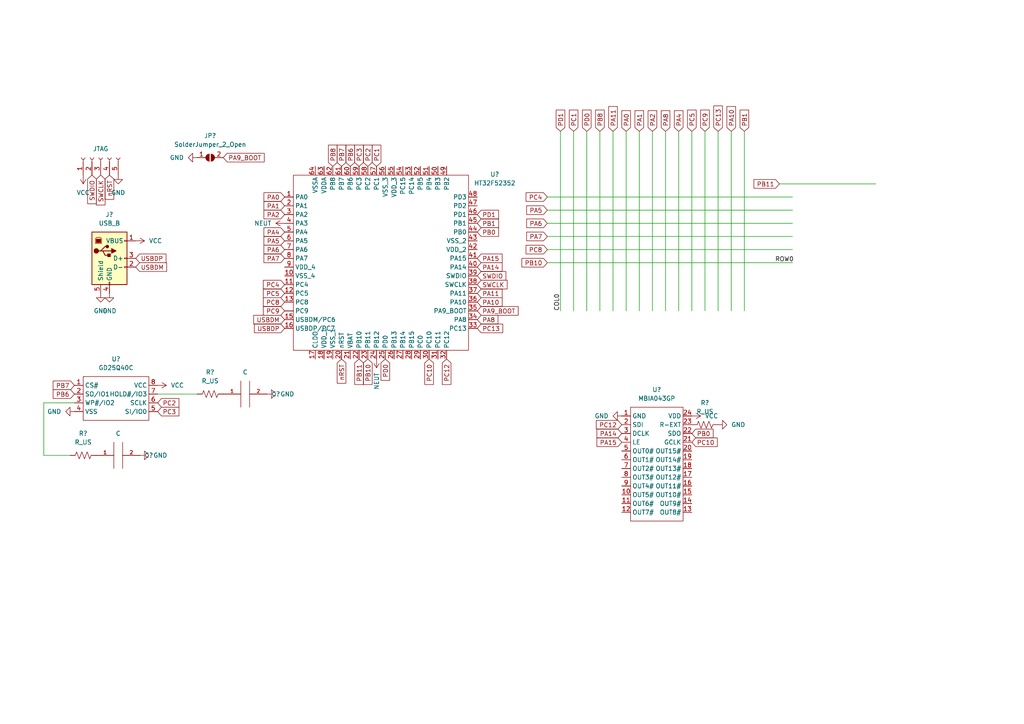
<source format=kicad_sch>
(kicad_sch (version 20211123) (generator eeschema)

  (uuid 9538e4ed-27e6-4c37-b989-9859dc0d49e8)

  (paper "A4")

  (lib_symbols
    (symbol "Connector:Conn_01x05_Female" (pin_names (offset 1.016) hide) (in_bom yes) (on_board yes)
      (property "Reference" "J" (id 0) (at 0 7.62 0)
        (effects (font (size 1.27 1.27)))
      )
      (property "Value" "Conn_01x05_Female" (id 1) (at 0 -7.62 0)
        (effects (font (size 1.27 1.27)))
      )
      (property "Footprint" "" (id 2) (at 0 0 0)
        (effects (font (size 1.27 1.27)) hide)
      )
      (property "Datasheet" "~" (id 3) (at 0 0 0)
        (effects (font (size 1.27 1.27)) hide)
      )
      (property "ki_keywords" "connector" (id 4) (at 0 0 0)
        (effects (font (size 1.27 1.27)) hide)
      )
      (property "ki_description" "Generic connector, single row, 01x05, script generated (kicad-library-utils/schlib/autogen/connector/)" (id 5) (at 0 0 0)
        (effects (font (size 1.27 1.27)) hide)
      )
      (property "ki_fp_filters" "Connector*:*_1x??_*" (id 6) (at 0 0 0)
        (effects (font (size 1.27 1.27)) hide)
      )
      (symbol "Conn_01x05_Female_1_1"
        (arc (start 0 -4.572) (mid -0.508 -5.08) (end 0 -5.588)
          (stroke (width 0.1524) (type default) (color 0 0 0 0))
          (fill (type none))
        )
        (arc (start 0 -2.032) (mid -0.508 -2.54) (end 0 -3.048)
          (stroke (width 0.1524) (type default) (color 0 0 0 0))
          (fill (type none))
        )
        (polyline
          (pts
            (xy -1.27 -5.08)
            (xy -0.508 -5.08)
          )
          (stroke (width 0.1524) (type default) (color 0 0 0 0))
          (fill (type none))
        )
        (polyline
          (pts
            (xy -1.27 -2.54)
            (xy -0.508 -2.54)
          )
          (stroke (width 0.1524) (type default) (color 0 0 0 0))
          (fill (type none))
        )
        (polyline
          (pts
            (xy -1.27 0)
            (xy -0.508 0)
          )
          (stroke (width 0.1524) (type default) (color 0 0 0 0))
          (fill (type none))
        )
        (polyline
          (pts
            (xy -1.27 2.54)
            (xy -0.508 2.54)
          )
          (stroke (width 0.1524) (type default) (color 0 0 0 0))
          (fill (type none))
        )
        (polyline
          (pts
            (xy -1.27 5.08)
            (xy -0.508 5.08)
          )
          (stroke (width 0.1524) (type default) (color 0 0 0 0))
          (fill (type none))
        )
        (arc (start 0 0.508) (mid -0.508 0) (end 0 -0.508)
          (stroke (width 0.1524) (type default) (color 0 0 0 0))
          (fill (type none))
        )
        (arc (start 0 3.048) (mid -0.508 2.54) (end 0 2.032)
          (stroke (width 0.1524) (type default) (color 0 0 0 0))
          (fill (type none))
        )
        (arc (start 0 5.588) (mid -0.508 5.08) (end 0 4.572)
          (stroke (width 0.1524) (type default) (color 0 0 0 0))
          (fill (type none))
        )
        (pin passive line (at -5.08 5.08 0) (length 3.81)
          (name "Pin_1" (effects (font (size 1.27 1.27))))
          (number "1" (effects (font (size 1.27 1.27))))
        )
        (pin passive line (at -5.08 2.54 0) (length 3.81)
          (name "Pin_2" (effects (font (size 1.27 1.27))))
          (number "2" (effects (font (size 1.27 1.27))))
        )
        (pin passive line (at -5.08 0 0) (length 3.81)
          (name "Pin_3" (effects (font (size 1.27 1.27))))
          (number "3" (effects (font (size 1.27 1.27))))
        )
        (pin passive line (at -5.08 -2.54 0) (length 3.81)
          (name "Pin_4" (effects (font (size 1.27 1.27))))
          (number "4" (effects (font (size 1.27 1.27))))
        )
        (pin passive line (at -5.08 -5.08 0) (length 3.81)
          (name "Pin_5" (effects (font (size 1.27 1.27))))
          (number "5" (effects (font (size 1.27 1.27))))
        )
      )
    )
    (symbol "Connector:USB_B" (pin_names (offset 1.016)) (in_bom yes) (on_board yes)
      (property "Reference" "J" (id 0) (at -5.08 11.43 0)
        (effects (font (size 1.27 1.27)) (justify left))
      )
      (property "Value" "USB_B" (id 1) (at -5.08 8.89 0)
        (effects (font (size 1.27 1.27)) (justify left))
      )
      (property "Footprint" "" (id 2) (at 3.81 -1.27 0)
        (effects (font (size 1.27 1.27)) hide)
      )
      (property "Datasheet" " ~" (id 3) (at 3.81 -1.27 0)
        (effects (font (size 1.27 1.27)) hide)
      )
      (property "ki_keywords" "connector USB" (id 4) (at 0 0 0)
        (effects (font (size 1.27 1.27)) hide)
      )
      (property "ki_description" "USB Type B connector" (id 5) (at 0 0 0)
        (effects (font (size 1.27 1.27)) hide)
      )
      (property "ki_fp_filters" "USB*" (id 6) (at 0 0 0)
        (effects (font (size 1.27 1.27)) hide)
      )
      (symbol "USB_B_0_1"
        (rectangle (start -5.08 -7.62) (end 5.08 7.62)
          (stroke (width 0.254) (type default) (color 0 0 0 0))
          (fill (type background))
        )
        (circle (center -3.81 2.159) (radius 0.635)
          (stroke (width 0.254) (type default) (color 0 0 0 0))
          (fill (type outline))
        )
        (rectangle (start -3.81 5.588) (end -2.54 4.572)
          (stroke (width 0) (type default) (color 0 0 0 0))
          (fill (type outline))
        )
        (circle (center -0.635 3.429) (radius 0.381)
          (stroke (width 0.254) (type default) (color 0 0 0 0))
          (fill (type outline))
        )
        (rectangle (start -0.127 -7.62) (end 0.127 -6.858)
          (stroke (width 0) (type default) (color 0 0 0 0))
          (fill (type none))
        )
        (polyline
          (pts
            (xy -1.905 2.159)
            (xy 0.635 2.159)
          )
          (stroke (width 0.254) (type default) (color 0 0 0 0))
          (fill (type none))
        )
        (polyline
          (pts
            (xy -3.175 2.159)
            (xy -2.54 2.159)
            (xy -1.27 3.429)
            (xy -0.635 3.429)
          )
          (stroke (width 0.254) (type default) (color 0 0 0 0))
          (fill (type none))
        )
        (polyline
          (pts
            (xy -2.54 2.159)
            (xy -1.905 2.159)
            (xy -1.27 0.889)
            (xy 0 0.889)
          )
          (stroke (width 0.254) (type default) (color 0 0 0 0))
          (fill (type none))
        )
        (polyline
          (pts
            (xy 0.635 2.794)
            (xy 0.635 1.524)
            (xy 1.905 2.159)
            (xy 0.635 2.794)
          )
          (stroke (width 0.254) (type default) (color 0 0 0 0))
          (fill (type outline))
        )
        (polyline
          (pts
            (xy -4.064 4.318)
            (xy -2.286 4.318)
            (xy -2.286 5.715)
            (xy -2.667 6.096)
            (xy -3.683 6.096)
            (xy -4.064 5.715)
            (xy -4.064 4.318)
          )
          (stroke (width 0) (type default) (color 0 0 0 0))
          (fill (type none))
        )
        (rectangle (start 0.254 1.27) (end -0.508 0.508)
          (stroke (width 0.254) (type default) (color 0 0 0 0))
          (fill (type outline))
        )
        (rectangle (start 5.08 -2.667) (end 4.318 -2.413)
          (stroke (width 0) (type default) (color 0 0 0 0))
          (fill (type none))
        )
        (rectangle (start 5.08 -0.127) (end 4.318 0.127)
          (stroke (width 0) (type default) (color 0 0 0 0))
          (fill (type none))
        )
        (rectangle (start 5.08 4.953) (end 4.318 5.207)
          (stroke (width 0) (type default) (color 0 0 0 0))
          (fill (type none))
        )
      )
      (symbol "USB_B_1_1"
        (pin power_out line (at 7.62 5.08 180) (length 2.54)
          (name "VBUS" (effects (font (size 1.27 1.27))))
          (number "1" (effects (font (size 1.27 1.27))))
        )
        (pin bidirectional line (at 7.62 -2.54 180) (length 2.54)
          (name "D-" (effects (font (size 1.27 1.27))))
          (number "2" (effects (font (size 1.27 1.27))))
        )
        (pin bidirectional line (at 7.62 0 180) (length 2.54)
          (name "D+" (effects (font (size 1.27 1.27))))
          (number "3" (effects (font (size 1.27 1.27))))
        )
        (pin power_out line (at 0 -10.16 90) (length 2.54)
          (name "GND" (effects (font (size 1.27 1.27))))
          (number "4" (effects (font (size 1.27 1.27))))
        )
        (pin passive line (at -2.54 -10.16 90) (length 2.54)
          (name "Shield" (effects (font (size 1.27 1.27))))
          (number "5" (effects (font (size 1.27 1.27))))
        )
      )
    )
    (symbol "Device:R_US" (pin_numbers hide) (pin_names (offset 0)) (in_bom yes) (on_board yes)
      (property "Reference" "R" (id 0) (at 2.54 0 90)
        (effects (font (size 1.27 1.27)))
      )
      (property "Value" "R_US" (id 1) (at -2.54 0 90)
        (effects (font (size 1.27 1.27)))
      )
      (property "Footprint" "" (id 2) (at 1.016 -0.254 90)
        (effects (font (size 1.27 1.27)) hide)
      )
      (property "Datasheet" "~" (id 3) (at 0 0 0)
        (effects (font (size 1.27 1.27)) hide)
      )
      (property "ki_keywords" "R res resistor" (id 4) (at 0 0 0)
        (effects (font (size 1.27 1.27)) hide)
      )
      (property "ki_description" "Resistor, US symbol" (id 5) (at 0 0 0)
        (effects (font (size 1.27 1.27)) hide)
      )
      (property "ki_fp_filters" "R_*" (id 6) (at 0 0 0)
        (effects (font (size 1.27 1.27)) hide)
      )
      (symbol "R_US_0_1"
        (polyline
          (pts
            (xy 0 -2.286)
            (xy 0 -2.54)
          )
          (stroke (width 0) (type default) (color 0 0 0 0))
          (fill (type none))
        )
        (polyline
          (pts
            (xy 0 2.286)
            (xy 0 2.54)
          )
          (stroke (width 0) (type default) (color 0 0 0 0))
          (fill (type none))
        )
        (polyline
          (pts
            (xy 0 -0.762)
            (xy 1.016 -1.143)
            (xy 0 -1.524)
            (xy -1.016 -1.905)
            (xy 0 -2.286)
          )
          (stroke (width 0) (type default) (color 0 0 0 0))
          (fill (type none))
        )
        (polyline
          (pts
            (xy 0 0.762)
            (xy 1.016 0.381)
            (xy 0 0)
            (xy -1.016 -0.381)
            (xy 0 -0.762)
          )
          (stroke (width 0) (type default) (color 0 0 0 0))
          (fill (type none))
        )
        (polyline
          (pts
            (xy 0 2.286)
            (xy 1.016 1.905)
            (xy 0 1.524)
            (xy -1.016 1.143)
            (xy 0 0.762)
          )
          (stroke (width 0) (type default) (color 0 0 0 0))
          (fill (type none))
        )
      )
      (symbol "R_US_1_1"
        (pin passive line (at 0 3.81 270) (length 1.27)
          (name "~" (effects (font (size 1.27 1.27))))
          (number "1" (effects (font (size 1.27 1.27))))
        )
        (pin passive line (at 0 -3.81 90) (length 1.27)
          (name "~" (effects (font (size 1.27 1.27))))
          (number "2" (effects (font (size 1.27 1.27))))
        )
      )
    )
    (symbol "Jumper:SolderJumper_2_Open" (pin_names (offset 0) hide) (in_bom yes) (on_board yes)
      (property "Reference" "JP" (id 0) (at 0 2.032 0)
        (effects (font (size 1.27 1.27)))
      )
      (property "Value" "SolderJumper_2_Open" (id 1) (at 0 -2.54 0)
        (effects (font (size 1.27 1.27)))
      )
      (property "Footprint" "" (id 2) (at 0 0 0)
        (effects (font (size 1.27 1.27)) hide)
      )
      (property "Datasheet" "~" (id 3) (at 0 0 0)
        (effects (font (size 1.27 1.27)) hide)
      )
      (property "ki_keywords" "solder jumper SPST" (id 4) (at 0 0 0)
        (effects (font (size 1.27 1.27)) hide)
      )
      (property "ki_description" "Solder Jumper, 2-pole, open" (id 5) (at 0 0 0)
        (effects (font (size 1.27 1.27)) hide)
      )
      (property "ki_fp_filters" "SolderJumper*Open*" (id 6) (at 0 0 0)
        (effects (font (size 1.27 1.27)) hide)
      )
      (symbol "SolderJumper_2_Open_0_1"
        (arc (start -0.254 1.016) (mid -1.27 0) (end -0.254 -1.016)
          (stroke (width 0) (type default) (color 0 0 0 0))
          (fill (type none))
        )
        (arc (start -0.254 1.016) (mid -1.27 0) (end -0.254 -1.016)
          (stroke (width 0) (type default) (color 0 0 0 0))
          (fill (type outline))
        )
        (polyline
          (pts
            (xy -0.254 1.016)
            (xy -0.254 -1.016)
          )
          (stroke (width 0) (type default) (color 0 0 0 0))
          (fill (type none))
        )
        (polyline
          (pts
            (xy 0.254 1.016)
            (xy 0.254 -1.016)
          )
          (stroke (width 0) (type default) (color 0 0 0 0))
          (fill (type none))
        )
        (arc (start 0.254 -1.016) (mid 1.27 0) (end 0.254 1.016)
          (stroke (width 0) (type default) (color 0 0 0 0))
          (fill (type none))
        )
        (arc (start 0.254 -1.016) (mid 1.27 0) (end 0.254 1.016)
          (stroke (width 0) (type default) (color 0 0 0 0))
          (fill (type outline))
        )
      )
      (symbol "SolderJumper_2_Open_1_1"
        (pin passive line (at -3.81 0 0) (length 2.54)
          (name "A" (effects (font (size 1.27 1.27))))
          (number "1" (effects (font (size 1.27 1.27))))
        )
        (pin passive line (at 3.81 0 180) (length 2.54)
          (name "B" (effects (font (size 1.27 1.27))))
          (number "2" (effects (font (size 1.27 1.27))))
        )
      )
    )
    (symbol "New_Library:GD25Q40C" (in_bom yes) (on_board yes)
      (property "Reference" "U" (id 0) (at 0 0 0)
        (effects (font (size 1.27 1.27)))
      )
      (property "Value" "GD25Q40C" (id 1) (at 0 0 0)
        (effects (font (size 1.27 1.27)))
      )
      (property "Footprint" "" (id 2) (at 0 0 0)
        (effects (font (size 1.27 1.27)) hide)
      )
      (property "Datasheet" "" (id 3) (at 0 0 0)
        (effects (font (size 1.27 1.27)) hide)
      )
      (symbol "GD25Q40C_0_1"
        (rectangle (start -3.81 -1.27) (end 15.24 -13.97)
          (stroke (width 0) (type default) (color 0 0 0 0))
          (fill (type none))
        )
      )
      (symbol "GD25Q40C_1_1"
        (pin bidirectional line (at -6.35 -3.81 0) (length 2.54)
          (name "CS#" (effects (font (size 1.27 1.27))))
          (number "1" (effects (font (size 1.27 1.27))))
        )
        (pin bidirectional line (at -6.35 -6.35 0) (length 2.54)
          (name "SO/IO1" (effects (font (size 1.27 1.27))))
          (number "2" (effects (font (size 1.27 1.27))))
        )
        (pin bidirectional line (at -6.35 -8.89 0) (length 2.54)
          (name "WP#/IO2" (effects (font (size 1.27 1.27))))
          (number "3" (effects (font (size 1.27 1.27))))
        )
        (pin power_in line (at -6.35 -11.43 0) (length 2.54)
          (name "VSS" (effects (font (size 1.27 1.27))))
          (number "4" (effects (font (size 1.27 1.27))))
        )
        (pin bidirectional line (at 17.78 -11.43 180) (length 2.54)
          (name "SI/IO0" (effects (font (size 1.27 1.27))))
          (number "5" (effects (font (size 1.27 1.27))))
        )
        (pin bidirectional line (at 17.78 -8.89 180) (length 2.54)
          (name "SCLK" (effects (font (size 1.27 1.27))))
          (number "6" (effects (font (size 1.27 1.27))))
        )
        (pin bidirectional line (at 17.78 -6.35 180) (length 2.54)
          (name "HOLD#/IO3" (effects (font (size 1.27 1.27))))
          (number "7" (effects (font (size 1.27 1.27))))
        )
        (pin power_in line (at 17.78 -3.81 180) (length 2.54)
          (name "VCC" (effects (font (size 1.27 1.27))))
          (number "8" (effects (font (size 1.27 1.27))))
        )
      )
    )
    (symbol "New_Library:HT32F52352" (in_bom yes) (on_board yes)
      (property "Reference" "U" (id 0) (at 16.51 -13.97 0)
        (effects (font (size 1.27 1.27)))
      )
      (property "Value" "HT32F52352" (id 1) (at 15.24 -17.78 0)
        (effects (font (size 1.27 1.27)))
      )
      (property "Footprint" "" (id 2) (at 0 3.81 0)
        (effects (font (size 1.27 1.27)) hide)
      )
      (property "Datasheet" "" (id 3) (at 0 3.81 0)
        (effects (font (size 1.27 1.27)) hide)
      )
      (symbol "HT32F52352_0_1"
        (rectangle (start -8.89 1.27) (end 41.91 -49.53)
          (stroke (width 0) (type default) (color 0 0 0 0))
          (fill (type none))
        )
      )
      (symbol "HT32F52352_1_1"
        (pin bidirectional line (at -11.43 -38.1 0) (length 2.54)
          (name "PC9" (effects (font (size 1.27 1.27))))
          (number "" (effects (font (size 1.27 1.27))))
        )
        (pin bidirectional line (at -11.43 -5.08 0) (length 2.54)
          (name "PA0" (effects (font (size 1.27 1.27))))
          (number "1" (effects (font (size 1.27 1.27))))
        )
        (pin power_in line (at -11.43 -27.94 0) (length 2.54)
          (name "VSS_4" (effects (font (size 1.27 1.27))))
          (number "10" (effects (font (size 1.27 1.27))))
        )
        (pin bidirectional line (at -11.43 -30.48 0) (length 2.54)
          (name "PC4" (effects (font (size 1.27 1.27))))
          (number "11" (effects (font (size 1.27 1.27))))
        )
        (pin bidirectional line (at -11.43 -33.02 0) (length 2.54)
          (name "PC5" (effects (font (size 1.27 1.27))))
          (number "12" (effects (font (size 1.27 1.27))))
        )
        (pin bidirectional line (at -11.43 -35.56 0) (length 2.54)
          (name "PC8" (effects (font (size 1.27 1.27))))
          (number "13" (effects (font (size 1.27 1.27))))
        )
        (pin bidirectional line (at -11.43 -40.64 0) (length 2.54)
          (name "USBDM/PC6" (effects (font (size 1.27 1.27))))
          (number "15" (effects (font (size 1.27 1.27))))
        )
        (pin bidirectional line (at -11.43 -43.18 0) (length 2.54)
          (name "USBDP/PC7" (effects (font (size 1.27 1.27))))
          (number "16" (effects (font (size 1.27 1.27))))
        )
        (pin bidirectional line (at -2.54 -52.07 90) (length 2.54)
          (name "CLDO" (effects (font (size 1.27 1.27))))
          (number "17" (effects (font (size 1.27 1.27))))
        )
        (pin power_in line (at 0 -52.07 90) (length 2.54)
          (name "VDD_1" (effects (font (size 1.27 1.27))))
          (number "18" (effects (font (size 1.27 1.27))))
        )
        (pin power_in line (at 2.54 -52.07 90) (length 2.54)
          (name "VSS_1" (effects (font (size 1.27 1.27))))
          (number "19" (effects (font (size 1.27 1.27))))
        )
        (pin bidirectional line (at -11.43 -7.62 0) (length 2.54)
          (name "PA1" (effects (font (size 1.27 1.27))))
          (number "2" (effects (font (size 1.27 1.27))))
        )
        (pin input line (at 5.08 -52.07 90) (length 2.54)
          (name "nRST" (effects (font (size 1.27 1.27))))
          (number "20" (effects (font (size 1.27 1.27))))
        )
        (pin power_in line (at 7.62 -52.07 90) (length 2.54)
          (name "VBAT" (effects (font (size 1.27 1.27))))
          (number "21" (effects (font (size 1.27 1.27))))
        )
        (pin bidirectional line (at 10.16 -52.07 90) (length 2.54)
          (name "PB10" (effects (font (size 1.27 1.27))))
          (number "22" (effects (font (size 1.27 1.27))))
        )
        (pin bidirectional line (at 12.7 -52.07 90) (length 2.54)
          (name "PB11" (effects (font (size 1.27 1.27))))
          (number "23" (effects (font (size 1.27 1.27))))
        )
        (pin bidirectional line (at 15.24 -52.07 90) (length 2.54)
          (name "PB12" (effects (font (size 1.27 1.27))))
          (number "24" (effects (font (size 1.27 1.27))))
        )
        (pin bidirectional line (at 17.78 -52.07 90) (length 2.54)
          (name "PD0" (effects (font (size 1.27 1.27))))
          (number "25" (effects (font (size 1.27 1.27))))
        )
        (pin bidirectional line (at 20.32 -52.07 90) (length 2.54)
          (name "PB13" (effects (font (size 1.27 1.27))))
          (number "26" (effects (font (size 1.27 1.27))))
        )
        (pin bidirectional line (at 22.86 -52.07 90) (length 2.54)
          (name "PB14" (effects (font (size 1.27 1.27))))
          (number "27" (effects (font (size 1.27 1.27))))
        )
        (pin bidirectional line (at 25.4 -52.07 90) (length 2.54)
          (name "PB15" (effects (font (size 1.27 1.27))))
          (number "28" (effects (font (size 1.27 1.27))))
        )
        (pin bidirectional line (at 27.94 -52.07 90) (length 2.54)
          (name "PC0" (effects (font (size 1.27 1.27))))
          (number "29" (effects (font (size 1.27 1.27))))
        )
        (pin bidirectional line (at -11.43 -10.16 0) (length 2.54)
          (name "PA2" (effects (font (size 1.27 1.27))))
          (number "3" (effects (font (size 1.27 1.27))))
        )
        (pin bidirectional line (at 30.48 -52.07 90) (length 2.54)
          (name "PC10" (effects (font (size 1.27 1.27))))
          (number "30" (effects (font (size 1.27 1.27))))
        )
        (pin bidirectional line (at 33.02 -52.07 90) (length 2.54)
          (name "PC11" (effects (font (size 1.27 1.27))))
          (number "31" (effects (font (size 1.27 1.27))))
        )
        (pin bidirectional line (at 35.56 -52.07 90) (length 2.54)
          (name "PC12" (effects (font (size 1.27 1.27))))
          (number "32" (effects (font (size 1.27 1.27))))
        )
        (pin bidirectional line (at 44.45 -43.18 180) (length 2.54)
          (name "PC13" (effects (font (size 1.27 1.27))))
          (number "33" (effects (font (size 1.27 1.27))))
        )
        (pin bidirectional line (at 44.45 -40.64 180) (length 2.54)
          (name "PA8" (effects (font (size 1.27 1.27))))
          (number "34" (effects (font (size 1.27 1.27))))
        )
        (pin bidirectional line (at 44.45 -38.1 180) (length 2.54)
          (name "PA9_BOOT" (effects (font (size 1.27 1.27))))
          (number "35" (effects (font (size 1.27 1.27))))
        )
        (pin bidirectional line (at 44.45 -35.56 180) (length 2.54)
          (name "PA10" (effects (font (size 1.27 1.27))))
          (number "36" (effects (font (size 1.27 1.27))))
        )
        (pin bidirectional line (at 44.45 -33.02 180) (length 2.54)
          (name "PA11" (effects (font (size 1.27 1.27))))
          (number "37" (effects (font (size 1.27 1.27))))
        )
        (pin bidirectional line (at 44.45 -30.48 180) (length 2.54)
          (name "SWCLK" (effects (font (size 1.27 1.27))))
          (number "38" (effects (font (size 1.27 1.27))))
        )
        (pin bidirectional line (at 44.45 -27.94 180) (length 2.54)
          (name "SWDIO" (effects (font (size 1.27 1.27))))
          (number "39" (effects (font (size 1.27 1.27))))
        )
        (pin bidirectional line (at -11.43 -12.7 0) (length 2.54)
          (name "PA3" (effects (font (size 1.27 1.27))))
          (number "4" (effects (font (size 1.27 1.27))))
        )
        (pin bidirectional line (at 44.45 -25.4 180) (length 2.54)
          (name "PA14" (effects (font (size 1.27 1.27))))
          (number "40" (effects (font (size 1.27 1.27))))
        )
        (pin bidirectional line (at 44.45 -22.86 180) (length 2.54)
          (name "PA15" (effects (font (size 1.27 1.27))))
          (number "41" (effects (font (size 1.27 1.27))))
        )
        (pin power_in line (at 44.45 -20.32 180) (length 2.54)
          (name "VDD_2" (effects (font (size 1.27 1.27))))
          (number "42" (effects (font (size 1.27 1.27))))
        )
        (pin power_in line (at 44.45 -17.78 180) (length 2.54)
          (name "VSS_2" (effects (font (size 1.27 1.27))))
          (number "43" (effects (font (size 1.27 1.27))))
        )
        (pin bidirectional line (at 44.45 -15.24 180) (length 2.54)
          (name "PB0" (effects (font (size 1.27 1.27))))
          (number "44" (effects (font (size 1.27 1.27))))
        )
        (pin bidirectional line (at 44.45 -12.7 180) (length 2.54)
          (name "PB1" (effects (font (size 1.27 1.27))))
          (number "45" (effects (font (size 1.27 1.27))))
        )
        (pin bidirectional line (at 44.45 -10.16 180) (length 2.54)
          (name "PD1" (effects (font (size 1.27 1.27))))
          (number "46" (effects (font (size 1.27 1.27))))
        )
        (pin bidirectional line (at 44.45 -7.62 180) (length 2.54)
          (name "PD2" (effects (font (size 1.27 1.27))))
          (number "47" (effects (font (size 1.27 1.27))))
        )
        (pin bidirectional line (at 44.45 -5.08 180) (length 2.54)
          (name "PD3" (effects (font (size 1.27 1.27))))
          (number "48" (effects (font (size 1.27 1.27))))
        )
        (pin bidirectional line (at 35.56 3.81 270) (length 2.54)
          (name "PB2" (effects (font (size 1.27 1.27))))
          (number "49" (effects (font (size 1.27 1.27))))
        )
        (pin bidirectional line (at -11.43 -15.24 0) (length 2.54)
          (name "PA4" (effects (font (size 1.27 1.27))))
          (number "5" (effects (font (size 1.27 1.27))))
        )
        (pin bidirectional line (at 33.02 3.81 270) (length 2.54)
          (name "PB3" (effects (font (size 1.27 1.27))))
          (number "50" (effects (font (size 1.27 1.27))))
        )
        (pin bidirectional line (at 30.48 3.81 270) (length 2.54)
          (name "PB4" (effects (font (size 1.27 1.27))))
          (number "51" (effects (font (size 1.27 1.27))))
        )
        (pin bidirectional line (at 27.94 3.81 270) (length 2.54)
          (name "PB5" (effects (font (size 1.27 1.27))))
          (number "52" (effects (font (size 1.27 1.27))))
        )
        (pin bidirectional line (at 25.4 3.81 270) (length 2.54)
          (name "PC14" (effects (font (size 1.27 1.27))))
          (number "53" (effects (font (size 1.27 1.27))))
        )
        (pin bidirectional line (at 22.86 3.81 270) (length 2.54)
          (name "PC15" (effects (font (size 1.27 1.27))))
          (number "54" (effects (font (size 1.27 1.27))))
        )
        (pin power_in line (at 20.32 3.81 270) (length 2.54)
          (name "VDD_3" (effects (font (size 1.27 1.27))))
          (number "55" (effects (font (size 1.27 1.27))))
        )
        (pin power_in line (at 17.78 3.81 270) (length 2.54)
          (name "VSS_3" (effects (font (size 1.27 1.27))))
          (number "56" (effects (font (size 1.27 1.27))))
        )
        (pin bidirectional line (at 15.24 3.81 270) (length 2.54)
          (name "PC1" (effects (font (size 1.27 1.27))))
          (number "57" (effects (font (size 1.27 1.27))))
        )
        (pin bidirectional line (at 12.7 3.81 270) (length 2.54)
          (name "PC2" (effects (font (size 1.27 1.27))))
          (number "58" (effects (font (size 1.27 1.27))))
        )
        (pin bidirectional line (at 10.16 3.81 270) (length 2.54)
          (name "PC3" (effects (font (size 1.27 1.27))))
          (number "59" (effects (font (size 1.27 1.27))))
        )
        (pin bidirectional line (at -11.43 -17.78 0) (length 2.54)
          (name "PA5" (effects (font (size 1.27 1.27))))
          (number "6" (effects (font (size 1.27 1.27))))
        )
        (pin bidirectional line (at 7.62 3.81 270) (length 2.54)
          (name "PB6" (effects (font (size 1.27 1.27))))
          (number "60" (effects (font (size 1.27 1.27))))
        )
        (pin bidirectional line (at 5.08 3.81 270) (length 2.54)
          (name "PB7" (effects (font (size 1.27 1.27))))
          (number "61" (effects (font (size 1.27 1.27))))
        )
        (pin bidirectional line (at 2.54 3.81 270) (length 2.54)
          (name "PB8" (effects (font (size 1.27 1.27))))
          (number "62" (effects (font (size 1.27 1.27))))
        )
        (pin power_in line (at 0 3.81 270) (length 2.54)
          (name "VDDA" (effects (font (size 1.27 1.27))))
          (number "63" (effects (font (size 1.27 1.27))))
        )
        (pin power_in line (at -2.54 3.81 270) (length 2.54)
          (name "VSSA" (effects (font (size 1.27 1.27))))
          (number "64" (effects (font (size 1.27 1.27))))
        )
        (pin bidirectional line (at -11.43 -20.32 0) (length 2.54)
          (name "PA6" (effects (font (size 1.27 1.27))))
          (number "7" (effects (font (size 1.27 1.27))))
        )
        (pin bidirectional line (at -11.43 -22.86 0) (length 2.54)
          (name "PA7" (effects (font (size 1.27 1.27))))
          (number "8" (effects (font (size 1.27 1.27))))
        )
        (pin power_in line (at -11.43 -25.4 0) (length 2.54)
          (name "VDD_4" (effects (font (size 1.27 1.27))))
          (number "9" (effects (font (size 1.27 1.27))))
        )
      )
    )
    (symbol "New_Library:MBIA043GP" (in_bom yes) (on_board yes)
      (property "Reference" "U" (id 0) (at 0 0 0)
        (effects (font (size 1.27 1.27)))
      )
      (property "Value" "MBIA043GP" (id 1) (at 0 0 0)
        (effects (font (size 1.27 1.27)))
      )
      (property "Footprint" "" (id 2) (at 0 0 0)
        (effects (font (size 1.27 1.27)) hide)
      )
      (property "Datasheet" "" (id 3) (at 0 0 0)
        (effects (font (size 1.27 1.27)) hide)
      )
      (symbol "MBIA043GP_0_1"
        (rectangle (start -7.62 -2.54) (end 7.62 -35.56)
          (stroke (width 0) (type default) (color 0 0 0 0))
          (fill (type none))
        )
      )
      (symbol "MBIA043GP_1_1"
        (pin power_in line (at -10.16 -5.08 0) (length 2.54)
          (name "GND" (effects (font (size 1.27 1.27))))
          (number "1" (effects (font (size 1.27 1.27))))
        )
        (pin bidirectional line (at -10.16 -27.94 0) (length 2.54)
          (name "OUT5#" (effects (font (size 1.27 1.27))))
          (number "10" (effects (font (size 1.27 1.27))))
        )
        (pin bidirectional line (at -10.16 -30.48 0) (length 2.54)
          (name "OUT6#" (effects (font (size 1.27 1.27))))
          (number "11" (effects (font (size 1.27 1.27))))
        )
        (pin bidirectional line (at -10.16 -33.02 0) (length 2.54)
          (name "OUT7#" (effects (font (size 1.27 1.27))))
          (number "12" (effects (font (size 1.27 1.27))))
        )
        (pin bidirectional line (at 10.16 -33.02 180) (length 2.54)
          (name "OUT8#" (effects (font (size 1.27 1.27))))
          (number "13" (effects (font (size 1.27 1.27))))
        )
        (pin bidirectional line (at 10.16 -30.48 180) (length 2.54)
          (name "OUT9#" (effects (font (size 1.27 1.27))))
          (number "14" (effects (font (size 1.27 1.27))))
        )
        (pin bidirectional line (at 10.16 -27.94 180) (length 2.54)
          (name "OUT10#" (effects (font (size 1.27 1.27))))
          (number "15" (effects (font (size 1.27 1.27))))
        )
        (pin bidirectional line (at 10.16 -25.4 180) (length 2.54)
          (name "OUT11#" (effects (font (size 1.27 1.27))))
          (number "16" (effects (font (size 1.27 1.27))))
        )
        (pin bidirectional line (at 10.16 -22.86 180) (length 2.54)
          (name "OUT12#" (effects (font (size 1.27 1.27))))
          (number "17" (effects (font (size 1.27 1.27))))
        )
        (pin bidirectional line (at 10.16 -20.32 180) (length 2.54)
          (name "OUT13#" (effects (font (size 1.27 1.27))))
          (number "18" (effects (font (size 1.27 1.27))))
        )
        (pin bidirectional line (at 10.16 -17.78 180) (length 2.54)
          (name "OUT14#" (effects (font (size 1.27 1.27))))
          (number "19" (effects (font (size 1.27 1.27))))
        )
        (pin bidirectional line (at -10.16 -7.62 0) (length 2.54)
          (name "SDI" (effects (font (size 1.27 1.27))))
          (number "2" (effects (font (size 1.27 1.27))))
        )
        (pin bidirectional line (at 10.16 -15.24 180) (length 2.54)
          (name "OUT15#" (effects (font (size 1.27 1.27))))
          (number "20" (effects (font (size 1.27 1.27))))
        )
        (pin bidirectional line (at 10.16 -12.7 180) (length 2.54)
          (name "GCLK" (effects (font (size 1.27 1.27))))
          (number "21" (effects (font (size 1.27 1.27))))
        )
        (pin bidirectional line (at 10.16 -10.16 180) (length 2.54)
          (name "SDO" (effects (font (size 1.27 1.27))))
          (number "22" (effects (font (size 1.27 1.27))))
        )
        (pin bidirectional line (at 10.16 -7.62 180) (length 2.54)
          (name "R-EXT" (effects (font (size 1.27 1.27))))
          (number "23" (effects (font (size 1.27 1.27))))
        )
        (pin power_in line (at 10.16 -5.08 180) (length 2.54)
          (name "VDD" (effects (font (size 1.27 1.27))))
          (number "24" (effects (font (size 1.27 1.27))))
        )
        (pin bidirectional line (at -10.16 -10.16 0) (length 2.54)
          (name "DCLK" (effects (font (size 1.27 1.27))))
          (number "3" (effects (font (size 1.27 1.27))))
        )
        (pin bidirectional line (at -10.16 -12.7 0) (length 2.54)
          (name "LE" (effects (font (size 1.27 1.27))))
          (number "4" (effects (font (size 1.27 1.27))))
        )
        (pin bidirectional line (at -10.16 -15.24 0) (length 2.54)
          (name "OUT0#" (effects (font (size 1.27 1.27))))
          (number "5" (effects (font (size 1.27 1.27))))
        )
        (pin bidirectional line (at -10.16 -17.78 0) (length 2.54)
          (name "OUT1#" (effects (font (size 1.27 1.27))))
          (number "6" (effects (font (size 1.27 1.27))))
        )
        (pin bidirectional line (at -10.16 -20.32 0) (length 2.54)
          (name "OUT2#" (effects (font (size 1.27 1.27))))
          (number "7" (effects (font (size 1.27 1.27))))
        )
        (pin bidirectional line (at -10.16 -22.86 0) (length 2.54)
          (name "OUT3#" (effects (font (size 1.27 1.27))))
          (number "8" (effects (font (size 1.27 1.27))))
        )
        (pin bidirectional line (at -10.16 -25.4 0) (length 2.54)
          (name "OUT4#" (effects (font (size 1.27 1.27))))
          (number "9" (effects (font (size 1.27 1.27))))
        )
      )
    )
    (symbol "power:GND" (power) (pin_names (offset 0)) (in_bom yes) (on_board yes)
      (property "Reference" "#PWR" (id 0) (at 0 -6.35 0)
        (effects (font (size 1.27 1.27)) hide)
      )
      (property "Value" "GND" (id 1) (at 0 -3.81 0)
        (effects (font (size 1.27 1.27)))
      )
      (property "Footprint" "" (id 2) (at 0 0 0)
        (effects (font (size 1.27 1.27)) hide)
      )
      (property "Datasheet" "" (id 3) (at 0 0 0)
        (effects (font (size 1.27 1.27)) hide)
      )
      (property "ki_keywords" "power-flag" (id 4) (at 0 0 0)
        (effects (font (size 1.27 1.27)) hide)
      )
      (property "ki_description" "Power symbol creates a global label with name \"GND\" , ground" (id 5) (at 0 0 0)
        (effects (font (size 1.27 1.27)) hide)
      )
      (symbol "GND_0_1"
        (polyline
          (pts
            (xy 0 0)
            (xy 0 -1.27)
            (xy 1.27 -1.27)
            (xy 0 -2.54)
            (xy -1.27 -1.27)
            (xy 0 -1.27)
          )
          (stroke (width 0) (type default) (color 0 0 0 0))
          (fill (type none))
        )
      )
      (symbol "GND_1_1"
        (pin power_in line (at 0 0 270) (length 0) hide
          (name "GND" (effects (font (size 1.27 1.27))))
          (number "1" (effects (font (size 1.27 1.27))))
        )
      )
    )
    (symbol "power:NEUT" (power) (pin_names (offset 0)) (in_bom yes) (on_board yes)
      (property "Reference" "#PWR" (id 0) (at 0 -3.81 0)
        (effects (font (size 1.27 1.27)) hide)
      )
      (property "Value" "NEUT" (id 1) (at 0 3.81 0)
        (effects (font (size 1.27 1.27)))
      )
      (property "Footprint" "" (id 2) (at 0 0 0)
        (effects (font (size 1.27 1.27)) hide)
      )
      (property "Datasheet" "" (id 3) (at 0 0 0)
        (effects (font (size 1.27 1.27)) hide)
      )
      (property "ki_keywords" "power-flag" (id 4) (at 0 0 0)
        (effects (font (size 1.27 1.27)) hide)
      )
      (property "ki_description" "Power symbol creates a global label with name \"NEUT\"" (id 5) (at 0 0 0)
        (effects (font (size 1.27 1.27)) hide)
      )
      (symbol "NEUT_0_1"
        (polyline
          (pts
            (xy -0.762 1.27)
            (xy 0 2.54)
          )
          (stroke (width 0) (type default) (color 0 0 0 0))
          (fill (type none))
        )
        (polyline
          (pts
            (xy 0 0)
            (xy 0 2.54)
          )
          (stroke (width 0) (type default) (color 0 0 0 0))
          (fill (type none))
        )
        (polyline
          (pts
            (xy 0 2.54)
            (xy 0.762 1.27)
          )
          (stroke (width 0) (type default) (color 0 0 0 0))
          (fill (type none))
        )
      )
      (symbol "NEUT_1_1"
        (pin power_in line (at 0 0 90) (length 0) hide
          (name "NEUT" (effects (font (size 1.27 1.27))))
          (number "1" (effects (font (size 1.27 1.27))))
        )
      )
    )
    (symbol "power:VCC" (power) (pin_names (offset 0)) (in_bom yes) (on_board yes)
      (property "Reference" "#PWR" (id 0) (at 0 -3.81 0)
        (effects (font (size 1.27 1.27)) hide)
      )
      (property "Value" "VCC" (id 1) (at 0 3.81 0)
        (effects (font (size 1.27 1.27)))
      )
      (property "Footprint" "" (id 2) (at 0 0 0)
        (effects (font (size 1.27 1.27)) hide)
      )
      (property "Datasheet" "" (id 3) (at 0 0 0)
        (effects (font (size 1.27 1.27)) hide)
      )
      (property "ki_keywords" "power-flag" (id 4) (at 0 0 0)
        (effects (font (size 1.27 1.27)) hide)
      )
      (property "ki_description" "Power symbol creates a global label with name \"VCC\"" (id 5) (at 0 0 0)
        (effects (font (size 1.27 1.27)) hide)
      )
      (symbol "VCC_0_1"
        (polyline
          (pts
            (xy -0.762 1.27)
            (xy 0 2.54)
          )
          (stroke (width 0) (type default) (color 0 0 0 0))
          (fill (type none))
        )
        (polyline
          (pts
            (xy 0 0)
            (xy 0 2.54)
          )
          (stroke (width 0) (type default) (color 0 0 0 0))
          (fill (type none))
        )
        (polyline
          (pts
            (xy 0 2.54)
            (xy 0.762 1.27)
          )
          (stroke (width 0) (type default) (color 0 0 0 0))
          (fill (type none))
        )
      )
      (symbol "VCC_1_1"
        (pin power_in line (at 0 0 90) (length 0) hide
          (name "VCC" (effects (font (size 1.27 1.27))))
          (number "1" (effects (font (size 1.27 1.27))))
        )
      )
    )
    (symbol "pspice:C" (pin_names (offset 0.254)) (in_bom yes) (on_board yes)
      (property "Reference" "C" (id 0) (at 2.54 3.81 90)
        (effects (font (size 1.27 1.27)))
      )
      (property "Value" "C" (id 1) (at 2.54 -3.81 90)
        (effects (font (size 1.27 1.27)))
      )
      (property "Footprint" "" (id 2) (at 0 0 0)
        (effects (font (size 1.27 1.27)) hide)
      )
      (property "Datasheet" "~" (id 3) (at 0 0 0)
        (effects (font (size 1.27 1.27)) hide)
      )
      (property "ki_keywords" "simulation" (id 4) (at 0 0 0)
        (effects (font (size 1.27 1.27)) hide)
      )
      (property "ki_description" "Capacitor symbol for simulation only" (id 5) (at 0 0 0)
        (effects (font (size 1.27 1.27)) hide)
      )
      (symbol "C_0_1"
        (polyline
          (pts
            (xy -3.81 -1.27)
            (xy 3.81 -1.27)
          )
          (stroke (width 0) (type default) (color 0 0 0 0))
          (fill (type none))
        )
        (polyline
          (pts
            (xy -3.81 1.27)
            (xy 3.81 1.27)
          )
          (stroke (width 0) (type default) (color 0 0 0 0))
          (fill (type none))
        )
      )
      (symbol "C_1_1"
        (pin passive line (at 0 6.35 270) (length 5.08)
          (name "~" (effects (font (size 1.016 1.016))))
          (number "1" (effects (font (size 1.016 1.016))))
        )
        (pin passive line (at 0 -6.35 90) (length 5.08)
          (name "~" (effects (font (size 1.016 1.016))))
          (number "2" (effects (font (size 1.016 1.016))))
        )
      )
    )
  )


  (wire (pts (xy 158.75 76.2) (xy 229.87 76.2))
    (stroke (width 0) (type default) (color 0 0 0 0))
    (uuid 08719cf9-74ee-4fcc-a6cc-3e9b6d79f805)
  )
  (wire (pts (xy 57.15 114.3) (xy 45.72 114.3))
    (stroke (width 0) (type default) (color 0 0 0 0))
    (uuid 0c2eff22-1844-4432-bb7d-dca6a0f0794f)
  )
  (wire (pts (xy 212.09 38.1) (xy 212.09 90.17))
    (stroke (width 0) (type default) (color 0 0 0 0))
    (uuid 182fea18-5eda-4ffd-886a-6c2d6a475fb3)
  )
  (wire (pts (xy 196.85 38.1) (xy 196.85 90.17))
    (stroke (width 0) (type default) (color 0 0 0 0))
    (uuid 1cd3ec56-568d-4675-827d-b84f0e571364)
  )
  (wire (pts (xy 189.23 38.1) (xy 189.23 90.17))
    (stroke (width 0) (type default) (color 0 0 0 0))
    (uuid 26259c69-5cdf-4708-8958-872d358e4cf3)
  )
  (wire (pts (xy 21.59 116.84) (xy 12.7 116.84))
    (stroke (width 0) (type default) (color 0 0 0 0))
    (uuid 283ccd2e-1726-441a-9453-baa054d07170)
  )
  (wire (pts (xy 12.7 132.08) (xy 20.32 132.08))
    (stroke (width 0) (type default) (color 0 0 0 0))
    (uuid 39659d1d-ddaa-42cd-b26f-3a531c5e0ca2)
  )
  (wire (pts (xy 193.04 38.1) (xy 193.04 90.17))
    (stroke (width 0) (type default) (color 0 0 0 0))
    (uuid 428b6555-48ba-4300-9e23-6eaba53164a1)
  )
  (wire (pts (xy 185.42 38.1) (xy 185.42 90.17))
    (stroke (width 0) (type default) (color 0 0 0 0))
    (uuid 47a67771-461b-4834-9441-cc9b6e43d461)
  )
  (wire (pts (xy 181.61 38.1) (xy 181.61 90.17))
    (stroke (width 0) (type default) (color 0 0 0 0))
    (uuid 56c0af95-ee41-412d-b4f3-83d45f00e6ce)
  )
  (wire (pts (xy 158.75 60.96) (xy 229.87 60.96))
    (stroke (width 0) (type default) (color 0 0 0 0))
    (uuid 8474aff4-e94d-4d3a-9e14-af7faa7191fe)
  )
  (wire (pts (xy 158.75 57.15) (xy 229.87 57.15))
    (stroke (width 0) (type default) (color 0 0 0 0))
    (uuid 8f4c1bc1-632c-4e46-9a78-ad88f816e2bd)
  )
  (wire (pts (xy 215.9 38.1) (xy 215.9 90.17))
    (stroke (width 0) (type default) (color 0 0 0 0))
    (uuid 92886287-3239-4ec7-b261-d05f23bdf9ab)
  )
  (wire (pts (xy 200.66 38.1) (xy 200.66 90.17))
    (stroke (width 0) (type default) (color 0 0 0 0))
    (uuid 94200aae-e61c-42d6-9dc4-139f4b8fb06b)
  )
  (wire (pts (xy 158.75 68.58) (xy 229.87 68.58))
    (stroke (width 0) (type default) (color 0 0 0 0))
    (uuid 99b44b99-9267-45b4-8d8b-aba19c113080)
  )
  (wire (pts (xy 158.75 72.39) (xy 229.87 72.39))
    (stroke (width 0) (type default) (color 0 0 0 0))
    (uuid c776054b-0b03-418f-90d7-443c68372e95)
  )
  (wire (pts (xy 204.47 38.1) (xy 204.47 90.17))
    (stroke (width 0) (type default) (color 0 0 0 0))
    (uuid ce5d33a8-3cb1-4402-9bc8-78c2cbbb1328)
  )
  (wire (pts (xy 158.75 64.77) (xy 229.87 64.77))
    (stroke (width 0) (type default) (color 0 0 0 0))
    (uuid dfa6aa5b-d7ac-4fde-a4fa-536e81e3e074)
  )
  (wire (pts (xy 177.8 38.1) (xy 177.8 90.17))
    (stroke (width 0) (type default) (color 0 0 0 0))
    (uuid e21b8960-b8a3-42bc-b6ed-fcdc7931c957)
  )
  (wire (pts (xy 226.06 53.34) (xy 254 53.34))
    (stroke (width 0) (type default) (color 0 0 0 0))
    (uuid e4f717dc-2d5b-4d75-8068-2f727e75ce8d)
  )
  (wire (pts (xy 208.28 38.1) (xy 208.28 90.17))
    (stroke (width 0) (type default) (color 0 0 0 0))
    (uuid e6ba0ece-e054-4c09-8b08-2b8e76603e71)
  )
  (wire (pts (xy 12.7 116.84) (xy 12.7 132.08))
    (stroke (width 0) (type default) (color 0 0 0 0))
    (uuid e8f35f31-ca53-44dd-a3f7-65432235ff6b)
  )
  (wire (pts (xy 173.99 38.1) (xy 173.99 90.17))
    (stroke (width 0) (type default) (color 0 0 0 0))
    (uuid f535a48f-191d-404b-8475-ab52974e1332)
  )
  (wire (pts (xy 170.18 38.1) (xy 170.18 90.17))
    (stroke (width 0) (type default) (color 0 0 0 0))
    (uuid f9a4be76-6bdd-4f9a-8bbb-fa45c053b20c)
  )
  (wire (pts (xy 166.37 38.1) (xy 166.37 90.17))
    (stroke (width 0) (type default) (color 0 0 0 0))
    (uuid fbe8ee01-c5cc-49eb-8f15-112222c16ce7)
  )
  (wire (pts (xy 162.56 38.1) (xy 162.56 90.17))
    (stroke (width 0) (type default) (color 0 0 0 0))
    (uuid fedb2211-7c98-47d0-9a47-55fc8b290725)
  )

  (label "ROW0" (at 224.79 76.2 0)
    (effects (font (size 1.27 1.27)) (justify left bottom))
    (uuid 32f1e503-a2a7-4abb-934d-bece6f4ecc46)
  )
  (label "COL0" (at 162.56 90.17 90)
    (effects (font (size 1.27 1.27)) (justify left bottom))
    (uuid a4a4dec1-b5c3-48ff-94f2-f0c2a379bc2f)
  )

  (global_label "PA7" (shape input) (at 158.75 68.58 180) (fields_autoplaced)
    (effects (font (size 1.27 1.27)) (justify right))
    (uuid 00378c1d-8c9f-487f-a3ba-e1defefa3517)
    (property "Intersheet References" "${INTERSHEET_REFS}" (id 0) (at 152.7688 68.5006 0)
      (effects (font (size 1.27 1.27)) (justify right) hide)
    )
  )
  (global_label "PC10" (shape input) (at 200.66 128.27 0) (fields_autoplaced)
    (effects (font (size 1.27 1.27)) (justify left))
    (uuid 01179ada-7895-4a20-91c8-a20087e3e483)
    (property "Intersheet References" "${INTERSHEET_REFS}" (id 0) (at 208.0321 128.3494 0)
      (effects (font (size 1.27 1.27)) (justify left) hide)
    )
  )
  (global_label "USBDP" (shape input) (at 82.55 95.25 180) (fields_autoplaced)
    (effects (font (size 1.27 1.27)) (justify right))
    (uuid 037e17e7-ee34-4eb0-8c94-642a299b0dc1)
    (property "Intersheet References" "${INTERSHEET_REFS}" (id 0) (at 73.7869 95.3294 0)
      (effects (font (size 1.27 1.27)) (justify right) hide)
    )
  )
  (global_label "PB11" (shape input) (at 104.14 104.14 270) (fields_autoplaced)
    (effects (font (size 1.27 1.27)) (justify right))
    (uuid 08b97659-a577-43dc-846c-0d3840d908e0)
    (property "Intersheet References" "${INTERSHEET_REFS}" (id 0) (at 104.0606 111.5121 90)
      (effects (font (size 1.27 1.27)) (justify right) hide)
    )
  )
  (global_label "PB6" (shape input) (at 21.59 114.3 180) (fields_autoplaced)
    (effects (font (size 1.27 1.27)) (justify right))
    (uuid 0d844971-5098-44e4-aeda-b2c8765f541a)
    (property "Intersheet References" "${INTERSHEET_REFS}" (id 0) (at 15.4274 114.2206 0)
      (effects (font (size 1.27 1.27)) (justify right) hide)
    )
  )
  (global_label "PD1" (shape input) (at 138.43 62.23 0) (fields_autoplaced)
    (effects (font (size 1.27 1.27)) (justify left))
    (uuid 0f690dca-d10a-428a-9e5b-74b118b98083)
    (property "Intersheet References" "${INTERSHEET_REFS}" (id 0) (at 144.5926 62.1506 0)
      (effects (font (size 1.27 1.27)) (justify left) hide)
    )
  )
  (global_label "PB7" (shape input) (at 99.06 48.26 90) (fields_autoplaced)
    (effects (font (size 1.27 1.27)) (justify left))
    (uuid 119aa74c-02aa-4655-8ea1-1dab68061866)
    (property "Intersheet References" "${INTERSHEET_REFS}" (id 0) (at 99.1394 42.0974 90)
      (effects (font (size 1.27 1.27)) (justify left) hide)
    )
  )
  (global_label "PA4" (shape input) (at 82.55 67.31 180) (fields_autoplaced)
    (effects (font (size 1.27 1.27)) (justify right))
    (uuid 2bb08e40-0ee5-4fb6-ac3e-a73658f9c902)
    (property "Intersheet References" "${INTERSHEET_REFS}" (id 0) (at 76.5688 67.2306 0)
      (effects (font (size 1.27 1.27)) (justify right) hide)
    )
  )
  (global_label "PC4" (shape input) (at 158.75 57.15 180) (fields_autoplaced)
    (effects (font (size 1.27 1.27)) (justify right))
    (uuid 2c04050f-f512-4581-b983-748e3e9c8741)
    (property "Intersheet References" "${INTERSHEET_REFS}" (id 0) (at 152.5874 57.0706 0)
      (effects (font (size 1.27 1.27)) (justify right) hide)
    )
  )
  (global_label "SWCLK" (shape input) (at 29.21 50.8 270) (fields_autoplaced)
    (effects (font (size 1.27 1.27)) (justify right))
    (uuid 2e88ca1f-ea9a-48f1-a86b-a4c8f9c601fd)
    (property "Intersheet References" "${INTERSHEET_REFS}" (id 0) (at 29.1306 59.4421 90)
      (effects (font (size 1.27 1.27)) (justify right) hide)
    )
  )
  (global_label "PA8" (shape input) (at 193.04 38.1 90) (fields_autoplaced)
    (effects (font (size 1.27 1.27)) (justify left))
    (uuid 3c4dfad6-af96-4b3d-a8d6-6932d2bf8fe6)
    (property "Intersheet References" "${INTERSHEET_REFS}" (id 0) (at 192.9606 32.1188 90)
      (effects (font (size 1.27 1.27)) (justify left) hide)
    )
  )
  (global_label "PC1" (shape input) (at 109.22 48.26 90) (fields_autoplaced)
    (effects (font (size 1.27 1.27)) (justify left))
    (uuid 3e1bc39c-a984-4026-8249-646a87a0b2e8)
    (property "Intersheet References" "${INTERSHEET_REFS}" (id 0) (at 109.1406 42.0974 90)
      (effects (font (size 1.27 1.27)) (justify left) hide)
    )
  )
  (global_label "PC5" (shape input) (at 82.55 85.09 180) (fields_autoplaced)
    (effects (font (size 1.27 1.27)) (justify right))
    (uuid 3fe30ae3-fde3-401a-88ef-b1d22c38b4e2)
    (property "Intersheet References" "${INTERSHEET_REFS}" (id 0) (at 76.3874 85.1694 0)
      (effects (font (size 1.27 1.27)) (justify right) hide)
    )
  )
  (global_label "PB10" (shape input) (at 106.68 104.14 270) (fields_autoplaced)
    (effects (font (size 1.27 1.27)) (justify right))
    (uuid 464ae4b7-194a-45a5-a655-95727ec9ee69)
    (property "Intersheet References" "${INTERSHEET_REFS}" (id 0) (at 106.6006 111.5121 90)
      (effects (font (size 1.27 1.27)) (justify right) hide)
    )
  )
  (global_label "PA10" (shape input) (at 138.43 87.63 0) (fields_autoplaced)
    (effects (font (size 1.27 1.27)) (justify left))
    (uuid 4a96da1e-6431-4a1f-ad83-1985968c6a0a)
    (property "Intersheet References" "${INTERSHEET_REFS}" (id 0) (at 145.6207 87.7094 0)
      (effects (font (size 1.27 1.27)) (justify left) hide)
    )
  )
  (global_label "PC13" (shape input) (at 138.43 95.25 0) (fields_autoplaced)
    (effects (font (size 1.27 1.27)) (justify left))
    (uuid 4cb7dd98-3b82-4658-9779-f2b807a42b42)
    (property "Intersheet References" "${INTERSHEET_REFS}" (id 0) (at 145.8021 95.1706 0)
      (effects (font (size 1.27 1.27)) (justify left) hide)
    )
  )
  (global_label "PA11" (shape input) (at 138.43 85.09 0) (fields_autoplaced)
    (effects (font (size 1.27 1.27)) (justify left))
    (uuid 515e4885-2a61-461c-a052-54dc899a1ff9)
    (property "Intersheet References" "${INTERSHEET_REFS}" (id 0) (at 145.6207 85.1694 0)
      (effects (font (size 1.27 1.27)) (justify left) hide)
    )
  )
  (global_label "PA9_BOOT" (shape input) (at 138.43 90.17 0) (fields_autoplaced)
    (effects (font (size 1.27 1.27)) (justify left))
    (uuid 5da3ec73-25dd-4424-abb3-344145884e8a)
    (property "Intersheet References" "${INTERSHEET_REFS}" (id 0) (at 150.2774 90.2494 0)
      (effects (font (size 1.27 1.27)) (justify left) hide)
    )
  )
  (global_label "PA15" (shape input) (at 138.43 74.93 0) (fields_autoplaced)
    (effects (font (size 1.27 1.27)) (justify left))
    (uuid 6090634c-45a4-4c29-b8ac-9d852c9db0b6)
    (property "Intersheet References" "${INTERSHEET_REFS}" (id 0) (at 145.6207 74.8506 0)
      (effects (font (size 1.27 1.27)) (justify left) hide)
    )
  )
  (global_label "PB8" (shape input) (at 96.52 48.26 90) (fields_autoplaced)
    (effects (font (size 1.27 1.27)) (justify left))
    (uuid 62a1b7ba-d22d-46a4-806f-cc107d683b57)
    (property "Intersheet References" "${INTERSHEET_REFS}" (id 0) (at 96.4406 42.0974 90)
      (effects (font (size 1.27 1.27)) (justify left) hide)
    )
  )
  (global_label "PB1" (shape input) (at 215.9 38.1 90) (fields_autoplaced)
    (effects (font (size 1.27 1.27)) (justify left))
    (uuid 64096358-6698-46cf-b2cf-89098dcc8b3c)
    (property "Intersheet References" "${INTERSHEET_REFS}" (id 0) (at 215.8206 31.9374 90)
      (effects (font (size 1.27 1.27)) (justify left) hide)
    )
  )
  (global_label "PA5" (shape input) (at 82.55 69.85 180) (fields_autoplaced)
    (effects (font (size 1.27 1.27)) (justify right))
    (uuid 6d24e984-1f8f-48ed-a170-c38f911d9bda)
    (property "Intersheet References" "${INTERSHEET_REFS}" (id 0) (at 76.5688 69.9294 0)
      (effects (font (size 1.27 1.27)) (justify right) hide)
    )
  )
  (global_label "USBDP" (shape input) (at 39.37 74.93 0) (fields_autoplaced)
    (effects (font (size 1.27 1.27)) (justify left))
    (uuid 6fc45233-df9b-47da-8ae8-96f3a595e343)
    (property "Intersheet References" "${INTERSHEET_REFS}" (id 0) (at 48.1331 74.8506 0)
      (effects (font (size 1.27 1.27)) (justify left) hide)
    )
  )
  (global_label "PD0" (shape input) (at 111.76 104.14 270) (fields_autoplaced)
    (effects (font (size 1.27 1.27)) (justify right))
    (uuid 77ff4181-784d-40e7-b5b4-6faca03ddf8a)
    (property "Intersheet References" "${INTERSHEET_REFS}" (id 0) (at 111.8394 110.3026 90)
      (effects (font (size 1.27 1.27)) (justify right) hide)
    )
  )
  (global_label "PB0" (shape input) (at 138.43 67.31 0) (fields_autoplaced)
    (effects (font (size 1.27 1.27)) (justify left))
    (uuid 78d72c1b-dafe-49ae-aa9e-de2c79ecdc0b)
    (property "Intersheet References" "${INTERSHEET_REFS}" (id 0) (at 144.5926 67.2306 0)
      (effects (font (size 1.27 1.27)) (justify left) hide)
    )
  )
  (global_label "PB11" (shape input) (at 226.06 53.34 180) (fields_autoplaced)
    (effects (font (size 1.27 1.27)) (justify right))
    (uuid 7d759904-6c89-483d-9d24-c7181b97593f)
    (property "Intersheet References" "${INTERSHEET_REFS}" (id 0) (at 218.6879 53.2606 0)
      (effects (font (size 1.27 1.27)) (justify right) hide)
    )
  )
  (global_label "USBDM" (shape input) (at 82.55 92.71 180) (fields_autoplaced)
    (effects (font (size 1.27 1.27)) (justify right))
    (uuid 8110572d-20b2-4f4d-905f-0aa46ac04c94)
    (property "Intersheet References" "${INTERSHEET_REFS}" (id 0) (at 73.6055 92.7894 0)
      (effects (font (size 1.27 1.27)) (justify right) hide)
    )
  )
  (global_label "PC13" (shape input) (at 208.28 38.1 90) (fields_autoplaced)
    (effects (font (size 1.27 1.27)) (justify left))
    (uuid 817fed7b-d1c2-4df7-bfdf-9e596607ec57)
    (property "Intersheet References" "${INTERSHEET_REFS}" (id 0) (at 208.2006 30.7279 90)
      (effects (font (size 1.27 1.27)) (justify left) hide)
    )
  )
  (global_label "nRST" (shape input) (at 99.06 104.14 270) (fields_autoplaced)
    (effects (font (size 1.27 1.27)) (justify right))
    (uuid 823a9440-55e2-4b28-a627-d362fdfb1b1c)
    (property "Intersheet References" "${INTERSHEET_REFS}" (id 0) (at 98.9806 111.1493 90)
      (effects (font (size 1.27 1.27)) (justify right) hide)
    )
  )
  (global_label "PC2" (shape input) (at 45.72 116.84 0) (fields_autoplaced)
    (effects (font (size 1.27 1.27)) (justify left))
    (uuid 83486bbd-a728-4f63-9748-ebaa2a497607)
    (property "Intersheet References" "${INTERSHEET_REFS}" (id 0) (at 51.8826 116.7606 0)
      (effects (font (size 1.27 1.27)) (justify left) hide)
    )
  )
  (global_label "PA4" (shape input) (at 196.85 38.1 90) (fields_autoplaced)
    (effects (font (size 1.27 1.27)) (justify left))
    (uuid 850da0a2-1864-4f47-9033-884cebd49d36)
    (property "Intersheet References" "${INTERSHEET_REFS}" (id 0) (at 196.7706 32.1188 90)
      (effects (font (size 1.27 1.27)) (justify left) hide)
    )
  )
  (global_label "PA5" (shape input) (at 158.75 60.96 180) (fields_autoplaced)
    (effects (font (size 1.27 1.27)) (justify right))
    (uuid 85636cb1-c8ea-4762-a108-8c9d6362caf3)
    (property "Intersheet References" "${INTERSHEET_REFS}" (id 0) (at 152.7688 60.8806 0)
      (effects (font (size 1.27 1.27)) (justify right) hide)
    )
  )
  (global_label "PA14" (shape input) (at 180.34 125.73 180) (fields_autoplaced)
    (effects (font (size 1.27 1.27)) (justify right))
    (uuid 8a577198-6910-4e15-ac6d-785ee98fa5f1)
    (property "Intersheet References" "${INTERSHEET_REFS}" (id 0) (at 173.1493 125.8094 0)
      (effects (font (size 1.27 1.27)) (justify right) hide)
    )
  )
  (global_label "SWDIO" (shape input) (at 138.43 80.01 0) (fields_autoplaced)
    (effects (font (size 1.27 1.27)) (justify left))
    (uuid 8bd3d8d4-b281-43b2-ae0c-3d44441a63f2)
    (property "Intersheet References" "${INTERSHEET_REFS}" (id 0) (at 146.7093 80.0894 0)
      (effects (font (size 1.27 1.27)) (justify left) hide)
    )
  )
  (global_label "PC2" (shape input) (at 106.68 48.26 90) (fields_autoplaced)
    (effects (font (size 1.27 1.27)) (justify left))
    (uuid 94038277-adb7-45c0-9285-799dd695b8e3)
    (property "Intersheet References" "${INTERSHEET_REFS}" (id 0) (at 106.6006 42.0974 90)
      (effects (font (size 1.27 1.27)) (justify left) hide)
    )
  )
  (global_label "PB7" (shape input) (at 21.59 111.76 180) (fields_autoplaced)
    (effects (font (size 1.27 1.27)) (justify right))
    (uuid 96293a86-5b78-4a23-82e0-370a708a1985)
    (property "Intersheet References" "${INTERSHEET_REFS}" (id 0) (at 15.4274 111.6806 0)
      (effects (font (size 1.27 1.27)) (justify right) hide)
    )
  )
  (global_label "PB10" (shape input) (at 158.75 76.2 180) (fields_autoplaced)
    (effects (font (size 1.27 1.27)) (justify right))
    (uuid 9690098a-fead-48aa-80db-0f5732a0446e)
    (property "Intersheet References" "${INTERSHEET_REFS}" (id 0) (at 151.3779 76.1206 0)
      (effects (font (size 1.27 1.27)) (justify right) hide)
    )
  )
  (global_label "PC10" (shape input) (at 124.46 104.14 270) (fields_autoplaced)
    (effects (font (size 1.27 1.27)) (justify right))
    (uuid 98e19b06-7e2a-47df-a059-001026eee905)
    (property "Intersheet References" "${INTERSHEET_REFS}" (id 0) (at 124.3806 111.5121 90)
      (effects (font (size 1.27 1.27)) (justify right) hide)
    )
  )
  (global_label "PC3" (shape input) (at 45.72 119.38 0) (fields_autoplaced)
    (effects (font (size 1.27 1.27)) (justify left))
    (uuid 9de5e79c-bc99-4cab-86fa-6e5e527c9b53)
    (property "Intersheet References" "${INTERSHEET_REFS}" (id 0) (at 51.8826 119.3006 0)
      (effects (font (size 1.27 1.27)) (justify left) hide)
    )
  )
  (global_label "PA1" (shape input) (at 82.55 59.69 180) (fields_autoplaced)
    (effects (font (size 1.27 1.27)) (justify right))
    (uuid a1b7e1df-92f6-48de-8759-f8335de03e6e)
    (property "Intersheet References" "${INTERSHEET_REFS}" (id 0) (at 76.5688 59.6106 0)
      (effects (font (size 1.27 1.27)) (justify right) hide)
    )
  )
  (global_label "PC5" (shape input) (at 200.66 38.1 90) (fields_autoplaced)
    (effects (font (size 1.27 1.27)) (justify left))
    (uuid a1dcf0dc-7492-42b1-afb9-e749a3ffce12)
    (property "Intersheet References" "${INTERSHEET_REFS}" (id 0) (at 200.5806 31.9374 90)
      (effects (font (size 1.27 1.27)) (justify left) hide)
    )
  )
  (global_label "SWDIO" (shape input) (at 26.67 50.8 270) (fields_autoplaced)
    (effects (font (size 1.27 1.27)) (justify right))
    (uuid a4dbdf94-e082-4370-8d1f-1445d6d0307b)
    (property "Intersheet References" "${INTERSHEET_REFS}" (id 0) (at 26.7494 59.0793 90)
      (effects (font (size 1.27 1.27)) (justify right) hide)
    )
  )
  (global_label "PC8" (shape input) (at 82.55 87.63 180) (fields_autoplaced)
    (effects (font (size 1.27 1.27)) (justify right))
    (uuid a5af60fd-50e2-436b-b9d1-ef5746149832)
    (property "Intersheet References" "${INTERSHEET_REFS}" (id 0) (at 76.3874 87.5506 0)
      (effects (font (size 1.27 1.27)) (justify right) hide)
    )
  )
  (global_label "PB8" (shape input) (at 173.99 38.1 90) (fields_autoplaced)
    (effects (font (size 1.27 1.27)) (justify left))
    (uuid a8504891-5e0f-4c84-80b9-6a76e0f8d35c)
    (property "Intersheet References" "${INTERSHEET_REFS}" (id 0) (at 173.9106 31.9374 90)
      (effects (font (size 1.27 1.27)) (justify left) hide)
    )
  )
  (global_label "PD0" (shape input) (at 170.18 38.1 90) (fields_autoplaced)
    (effects (font (size 1.27 1.27)) (justify left))
    (uuid a8d3ec06-17ba-4280-bf58-48267df15b1e)
    (property "Intersheet References" "${INTERSHEET_REFS}" (id 0) (at 170.1006 31.9374 90)
      (effects (font (size 1.27 1.27)) (justify left) hide)
    )
  )
  (global_label "PB6" (shape input) (at 101.6 48.26 90) (fields_autoplaced)
    (effects (font (size 1.27 1.27)) (justify left))
    (uuid a95691f0-c23d-4e5c-ac06-5fd090fa1d08)
    (property "Intersheet References" "${INTERSHEET_REFS}" (id 0) (at 101.6794 42.0974 90)
      (effects (font (size 1.27 1.27)) (justify left) hide)
    )
  )
  (global_label "PC4" (shape input) (at 82.55 82.55 180) (fields_autoplaced)
    (effects (font (size 1.27 1.27)) (justify right))
    (uuid a9b83656-64b5-4ccf-9c61-d77afce9d9cb)
    (property "Intersheet References" "${INTERSHEET_REFS}" (id 0) (at 76.3874 82.4706 0)
      (effects (font (size 1.27 1.27)) (justify right) hide)
    )
  )
  (global_label "PA7" (shape input) (at 82.55 74.93 180) (fields_autoplaced)
    (effects (font (size 1.27 1.27)) (justify right))
    (uuid ae77cbb6-4ceb-4272-a101-66883c07dad3)
    (property "Intersheet References" "${INTERSHEET_REFS}" (id 0) (at 76.5688 75.0094 0)
      (effects (font (size 1.27 1.27)) (justify right) hide)
    )
  )
  (global_label "PC9" (shape input) (at 82.55 90.17 180) (fields_autoplaced)
    (effects (font (size 1.27 1.27)) (justify right))
    (uuid b0af5f7d-c5f9-4eb0-a0d6-51b28cdc5986)
    (property "Intersheet References" "${INTERSHEET_REFS}" (id 0) (at 76.3874 90.2494 0)
      (effects (font (size 1.27 1.27)) (justify right) hide)
    )
  )
  (global_label "PA11" (shape input) (at 177.8 38.1 90) (fields_autoplaced)
    (effects (font (size 1.27 1.27)) (justify left))
    (uuid b49bf0fd-c72b-4a40-94e9-b96d52cc906a)
    (property "Intersheet References" "${INTERSHEET_REFS}" (id 0) (at 177.7206 30.9093 90)
      (effects (font (size 1.27 1.27)) (justify left) hide)
    )
  )
  (global_label "PC12" (shape input) (at 129.54 104.14 270) (fields_autoplaced)
    (effects (font (size 1.27 1.27)) (justify right))
    (uuid b6830578-f2fe-492b-aac6-727ca18df6ba)
    (property "Intersheet References" "${INTERSHEET_REFS}" (id 0) (at 129.4606 111.5121 90)
      (effects (font (size 1.27 1.27)) (justify right) hide)
    )
  )
  (global_label "PA6" (shape input) (at 158.75 64.77 180) (fields_autoplaced)
    (effects (font (size 1.27 1.27)) (justify right))
    (uuid c244f577-e3f5-4023-a2a4-432ec7c50958)
    (property "Intersheet References" "${INTERSHEET_REFS}" (id 0) (at 152.7688 64.6906 0)
      (effects (font (size 1.27 1.27)) (justify right) hide)
    )
  )
  (global_label "PA2" (shape input) (at 82.55 62.23 180) (fields_autoplaced)
    (effects (font (size 1.27 1.27)) (justify right))
    (uuid c652b91a-ab94-4642-abae-033515abe0ea)
    (property "Intersheet References" "${INTERSHEET_REFS}" (id 0) (at 76.5688 62.1506 0)
      (effects (font (size 1.27 1.27)) (justify right) hide)
    )
  )
  (global_label "PB0" (shape input) (at 200.66 125.73 0) (fields_autoplaced)
    (effects (font (size 1.27 1.27)) (justify left))
    (uuid c666dcbb-5aaa-4927-b696-e255dd2d4e5a)
    (property "Intersheet References" "${INTERSHEET_REFS}" (id 0) (at 206.8226 125.6506 0)
      (effects (font (size 1.27 1.27)) (justify left) hide)
    )
  )
  (global_label "PC8" (shape input) (at 158.75 72.39 180) (fields_autoplaced)
    (effects (font (size 1.27 1.27)) (justify right))
    (uuid c74c6715-3746-4876-95da-9f8d9bc885c1)
    (property "Intersheet References" "${INTERSHEET_REFS}" (id 0) (at 152.5874 72.3106 0)
      (effects (font (size 1.27 1.27)) (justify right) hide)
    )
  )
  (global_label "PA15" (shape input) (at 180.34 128.27 180) (fields_autoplaced)
    (effects (font (size 1.27 1.27)) (justify right))
    (uuid c8c7a5da-f7b2-4a52-9ef7-2cd708cf2c0e)
    (property "Intersheet References" "${INTERSHEET_REFS}" (id 0) (at 173.1493 128.3494 0)
      (effects (font (size 1.27 1.27)) (justify right) hide)
    )
  )
  (global_label "PC9" (shape input) (at 204.47 38.1 90) (fields_autoplaced)
    (effects (font (size 1.27 1.27)) (justify left))
    (uuid cabd2b48-9eb6-46d7-ba73-f24d27024684)
    (property "Intersheet References" "${INTERSHEET_REFS}" (id 0) (at 204.3906 31.9374 90)
      (effects (font (size 1.27 1.27)) (justify left) hide)
    )
  )
  (global_label "PD1" (shape input) (at 162.56 38.1 90) (fields_autoplaced)
    (effects (font (size 1.27 1.27)) (justify left))
    (uuid ceda90b6-6132-4982-9127-56f49d3ec911)
    (property "Intersheet References" "${INTERSHEET_REFS}" (id 0) (at 162.4806 31.9374 90)
      (effects (font (size 1.27 1.27)) (justify left) hide)
    )
  )
  (global_label "PB1" (shape input) (at 138.43 64.77 0) (fields_autoplaced)
    (effects (font (size 1.27 1.27)) (justify left))
    (uuid d3c4efb9-2a11-4905-bfb9-8efa2afa7192)
    (property "Intersheet References" "${INTERSHEET_REFS}" (id 0) (at 144.5926 64.6906 0)
      (effects (font (size 1.27 1.27)) (justify left) hide)
    )
  )
  (global_label "PA1" (shape input) (at 185.42 38.1 90) (fields_autoplaced)
    (effects (font (size 1.27 1.27)) (justify left))
    (uuid da0dae29-42d4-483a-9ab1-6e5fb7494f0a)
    (property "Intersheet References" "${INTERSHEET_REFS}" (id 0) (at 185.3406 32.1188 90)
      (effects (font (size 1.27 1.27)) (justify left) hide)
    )
  )
  (global_label "PC3" (shape input) (at 104.14 48.26 90) (fields_autoplaced)
    (effects (font (size 1.27 1.27)) (justify left))
    (uuid da799772-a2f2-46ff-9811-a182fcc42e71)
    (property "Intersheet References" "${INTERSHEET_REFS}" (id 0) (at 104.0606 42.0974 90)
      (effects (font (size 1.27 1.27)) (justify left) hide)
    )
  )
  (global_label "PC12" (shape input) (at 180.34 123.19 180) (fields_autoplaced)
    (effects (font (size 1.27 1.27)) (justify right))
    (uuid dcafe74d-0bf3-494e-91f4-367502f8f654)
    (property "Intersheet References" "${INTERSHEET_REFS}" (id 0) (at 172.9679 123.1106 0)
      (effects (font (size 1.27 1.27)) (justify right) hide)
    )
  )
  (global_label "PA0" (shape input) (at 181.61 38.1 90) (fields_autoplaced)
    (effects (font (size 1.27 1.27)) (justify left))
    (uuid e2be2d63-2e57-4386-b202-18269c50e11b)
    (property "Intersheet References" "${INTERSHEET_REFS}" (id 0) (at 181.5306 32.1188 90)
      (effects (font (size 1.27 1.27)) (justify left) hide)
    )
  )
  (global_label "USBDM" (shape input) (at 39.37 77.47 0) (fields_autoplaced)
    (effects (font (size 1.27 1.27)) (justify left))
    (uuid ec296c50-88b0-4579-aa95-02cd8bf49da9)
    (property "Intersheet References" "${INTERSHEET_REFS}" (id 0) (at 48.3145 77.3906 0)
      (effects (font (size 1.27 1.27)) (justify left) hide)
    )
  )
  (global_label "PA2" (shape input) (at 189.23 38.1 90) (fields_autoplaced)
    (effects (font (size 1.27 1.27)) (justify left))
    (uuid f19bf0bf-68cf-445b-8fe6-7f7c2bbc305e)
    (property "Intersheet References" "${INTERSHEET_REFS}" (id 0) (at 189.1506 32.1188 90)
      (effects (font (size 1.27 1.27)) (justify left) hide)
    )
  )
  (global_label "PA6" (shape input) (at 82.55 72.39 180) (fields_autoplaced)
    (effects (font (size 1.27 1.27)) (justify right))
    (uuid f2737c9c-4741-415c-afbd-207322c18f79)
    (property "Intersheet References" "${INTERSHEET_REFS}" (id 0) (at 76.5688 72.4694 0)
      (effects (font (size 1.27 1.27)) (justify right) hide)
    )
  )
  (global_label "PA14" (shape input) (at 138.43 77.47 0) (fields_autoplaced)
    (effects (font (size 1.27 1.27)) (justify left))
    (uuid f3286871-9152-404e-b204-5be331747f23)
    (property "Intersheet References" "${INTERSHEET_REFS}" (id 0) (at 145.6207 77.3906 0)
      (effects (font (size 1.27 1.27)) (justify left) hide)
    )
  )
  (global_label "nRST" (shape input) (at 31.75 50.8 270) (fields_autoplaced)
    (effects (font (size 1.27 1.27)) (justify right))
    (uuid f4d61646-64f3-47a2-a796-7866b07304f6)
    (property "Intersheet References" "${INTERSHEET_REFS}" (id 0) (at 31.6706 57.8093 90)
      (effects (font (size 1.27 1.27)) (justify right) hide)
    )
  )
  (global_label "PA0" (shape input) (at 82.55 57.15 180) (fields_autoplaced)
    (effects (font (size 1.27 1.27)) (justify right))
    (uuid f5c142fb-1840-4087-b115-3474605757c1)
    (property "Intersheet References" "${INTERSHEET_REFS}" (id 0) (at 76.5688 57.0706 0)
      (effects (font (size 1.27 1.27)) (justify right) hide)
    )
  )
  (global_label "PA8" (shape input) (at 138.43 92.71 0) (fields_autoplaced)
    (effects (font (size 1.27 1.27)) (justify left))
    (uuid f7a48d8d-e1db-461e-b9de-5ee0488b095a)
    (property "Intersheet References" "${INTERSHEET_REFS}" (id 0) (at 144.4112 92.7894 0)
      (effects (font (size 1.27 1.27)) (justify left) hide)
    )
  )
  (global_label "PA10" (shape input) (at 212.09 38.1 90) (fields_autoplaced)
    (effects (font (size 1.27 1.27)) (justify left))
    (uuid fa204d19-9ab3-48e6-a673-214e31ca52f1)
    (property "Intersheet References" "${INTERSHEET_REFS}" (id 0) (at 212.0106 30.9093 90)
      (effects (font (size 1.27 1.27)) (justify left) hide)
    )
  )
  (global_label "SWCLK" (shape input) (at 138.43 82.55 0) (fields_autoplaced)
    (effects (font (size 1.27 1.27)) (justify left))
    (uuid fd3e5659-2b76-4f8e-ac77-cc2b2afdac11)
    (property "Intersheet References" "${INTERSHEET_REFS}" (id 0) (at 147.0721 82.4706 0)
      (effects (font (size 1.27 1.27)) (justify left) hide)
    )
  )
  (global_label "PC1" (shape input) (at 166.37 38.1 90) (fields_autoplaced)
    (effects (font (size 1.27 1.27)) (justify left))
    (uuid fd4cd56b-032a-4810-9490-ae3a46c3f1f4)
    (property "Intersheet References" "${INTERSHEET_REFS}" (id 0) (at 166.2906 31.9374 90)
      (effects (font (size 1.27 1.27)) (justify left) hide)
    )
  )
  (global_label "PA9_BOOT" (shape input) (at 64.77 45.72 0) (fields_autoplaced)
    (effects (font (size 1.27 1.27)) (justify left))
    (uuid fd8044a9-d159-4116-83d5-9e24d788d3a7)
    (property "Intersheet References" "${INTERSHEET_REFS}" (id 0) (at 76.6174 45.6406 0)
      (effects (font (size 1.27 1.27)) (justify left) hide)
    )
  )

  (symbol (lib_id "power:NEUT") (at 82.55 64.77 90) (unit 1)
    (in_bom yes) (on_board yes) (fields_autoplaced)
    (uuid 0e838938-41d6-4c79-9720-589b9b5f495d)
    (property "Reference" "#PWR?" (id 0) (at 86.36 64.77 0)
      (effects (font (size 1.27 1.27)) hide)
    )
    (property "Value" "NEUT" (id 1) (at 78.74 64.7699 90)
      (effects (font (size 1.27 1.27)) (justify left))
    )
    (property "Footprint" "" (id 2) (at 82.55 64.77 0)
      (effects (font (size 1.27 1.27)) hide)
    )
    (property "Datasheet" "" (id 3) (at 82.55 64.77 0)
      (effects (font (size 1.27 1.27)) hide)
    )
    (pin "1" (uuid 9c600a2b-68ac-4e73-862d-c25ad5601868))
  )

  (symbol (lib_id "power:VCC") (at 24.13 50.8 180) (unit 1)
    (in_bom yes) (on_board yes) (fields_autoplaced)
    (uuid 0f81115f-6cf7-42ee-b0b9-21159b749590)
    (property "Reference" "#PWR?" (id 0) (at 24.13 46.99 0)
      (effects (font (size 1.27 1.27)) hide)
    )
    (property "Value" "VCC" (id 1) (at 24.13 55.88 0))
    (property "Footprint" "" (id 2) (at 24.13 50.8 0)
      (effects (font (size 1.27 1.27)) hide)
    )
    (property "Datasheet" "" (id 3) (at 24.13 50.8 0)
      (effects (font (size 1.27 1.27)) hide)
    )
    (pin "1" (uuid 9a613268-f8a9-4816-ba97-bf7d124ff9ff))
  )

  (symbol (lib_id "power:VCC") (at 45.72 111.76 270) (unit 1)
    (in_bom yes) (on_board yes) (fields_autoplaced)
    (uuid 10fa880b-4469-4dda-8b2a-03e2cbca26b8)
    (property "Reference" "#PWR?" (id 0) (at 41.91 111.76 0)
      (effects (font (size 1.27 1.27)) hide)
    )
    (property "Value" "VCC" (id 1) (at 49.53 111.7599 90)
      (effects (font (size 1.27 1.27)) (justify left))
    )
    (property "Footprint" "" (id 2) (at 45.72 111.76 0)
      (effects (font (size 1.27 1.27)) hide)
    )
    (property "Datasheet" "" (id 3) (at 45.72 111.76 0)
      (effects (font (size 1.27 1.27)) hide)
    )
    (pin "1" (uuid 7e02054e-679f-4dca-a5a3-371b991d1d2f))
  )

  (symbol (lib_id "power:GND") (at 57.15 45.72 270) (unit 1)
    (in_bom yes) (on_board yes) (fields_autoplaced)
    (uuid 127ea7ae-933f-4e85-aa46-3ce7bb8535ba)
    (property "Reference" "#PWR?" (id 0) (at 50.8 45.72 0)
      (effects (font (size 1.27 1.27)) hide)
    )
    (property "Value" "GND" (id 1) (at 53.34 45.7199 90)
      (effects (font (size 1.27 1.27)) (justify right))
    )
    (property "Footprint" "" (id 2) (at 57.15 45.72 0)
      (effects (font (size 1.27 1.27)) hide)
    )
    (property "Datasheet" "" (id 3) (at 57.15 45.72 0)
      (effects (font (size 1.27 1.27)) hide)
    )
    (pin "1" (uuid cc828797-af90-4431-abf8-2e60d00c4c3e))
  )

  (symbol (lib_id "Device:R_US") (at 204.47 123.19 90) (unit 1)
    (in_bom yes) (on_board yes) (fields_autoplaced)
    (uuid 2aebe770-38ae-442b-a772-8fe421c321d7)
    (property "Reference" "R?" (id 0) (at 204.47 116.84 90))
    (property "Value" "R_US" (id 1) (at 204.47 119.38 90))
    (property "Footprint" "" (id 2) (at 204.724 122.174 90)
      (effects (font (size 1.27 1.27)) hide)
    )
    (property "Datasheet" "~" (id 3) (at 204.47 123.19 0)
      (effects (font (size 1.27 1.27)) hide)
    )
    (pin "1" (uuid 9bba7df7-89a3-4970-953d-50dfd43f9459))
    (pin "2" (uuid 3be5a571-aea0-4680-960f-f3b41df17195))
  )

  (symbol (lib_id "New_Library:HT32F52352") (at 93.98 52.07 0) (unit 1)
    (in_bom yes) (on_board yes) (fields_autoplaced)
    (uuid 2d7abe37-b570-48c2-b522-52ec06aa7e1c)
    (property "Reference" "U?" (id 0) (at 143.51 50.5712 0))
    (property "Value" "HT32F52352" (id 1) (at 143.51 53.1112 0))
    (property "Footprint" "" (id 2) (at 93.98 48.26 0)
      (effects (font (size 1.27 1.27)) hide)
    )
    (property "Datasheet" "" (id 3) (at 93.98 48.26 0)
      (effects (font (size 1.27 1.27)) hide)
    )
    (pin "" (uuid 791166b5-b860-499e-be8e-43d6926e4fbf))
    (pin "1" (uuid 4a94cce4-8bd3-4d72-bb1f-afcfd1b209b4))
    (pin "10" (uuid 894e88ef-8d6b-4971-b9d3-bd529781ac22))
    (pin "11" (uuid f06f8435-96e1-479b-8f59-0456e1d68e81))
    (pin "12" (uuid 8b46be2b-a3ad-4917-a89a-d1dc2305e495))
    (pin "13" (uuid 5daea057-7e46-4dbe-84e7-cc7380fd7a72))
    (pin "15" (uuid 7f6da32a-1239-4bde-9418-c8d7ba0fdbc9))
    (pin "16" (uuid 4a9bb49e-f910-43a0-849c-509bb6e108dc))
    (pin "17" (uuid a1546bd6-a165-4660-965b-0d682879bce7))
    (pin "18" (uuid 4b54c364-6b91-47dc-a97e-d1ebc0f9aff7))
    (pin "19" (uuid 14d18e24-fcd6-46d1-9638-a652544f3099))
    (pin "2" (uuid 3d953fce-8546-4e34-8216-e004b00f3692))
    (pin "20" (uuid 84d43774-61e8-467a-a5b9-3e288ba5d8c0))
    (pin "21" (uuid 29cbdead-c166-4965-96d3-a437f6be40c9))
    (pin "22" (uuid a36a40b5-8212-49c1-9818-a259753ea85b))
    (pin "23" (uuid ee02ec16-63dd-436b-8aa5-b3d3f4a20401))
    (pin "24" (uuid 00acd573-3284-4bd7-ac21-b5b535aedaee))
    (pin "25" (uuid aada885d-255f-4df2-a004-4360a5dad655))
    (pin "26" (uuid 1ad272fd-9d56-458e-84ce-dd2a620d88aa))
    (pin "27" (uuid d1b8ffcb-b2a2-4f2d-8a62-8d9ae68608ea))
    (pin "28" (uuid 0998b4c9-35cd-446f-8986-923e2a45c369))
    (pin "29" (uuid cba1d835-e4ef-44dd-88b5-e4bfa3389ced))
    (pin "3" (uuid 14e6ec26-6fc1-4e26-84ba-6b4220eebda9))
    (pin "30" (uuid 7a9cb3a4-7e9b-4759-9704-64e61e7c54ed))
    (pin "31" (uuid 675c6641-971b-46f8-821e-7c5739eff2f5))
    (pin "32" (uuid d1c038e1-9bfa-424f-8551-1be60a2f3b35))
    (pin "33" (uuid 91787685-fe3f-4ca3-96d5-c35161b24436))
    (pin "34" (uuid abc26012-68c2-44ae-a958-22f7eb8eeb85))
    (pin "35" (uuid 774f167a-fd74-4838-be66-311fb851fcad))
    (pin "36" (uuid ea652731-f5aa-4006-8bf1-7fa25d0fed19))
    (pin "37" (uuid f4f9214e-3ffa-4ea6-9fda-a7be93a45b7d))
    (pin "38" (uuid 4599813a-1d08-4f96-98d5-033668dbc77e))
    (pin "39" (uuid 79796cea-7ddb-4d82-9d66-9668ea19c0b8))
    (pin "4" (uuid 0dba7590-ece9-4eb6-8a16-65e77c3edc39))
    (pin "40" (uuid 01b11bb2-03b3-4c02-9c83-837634afed5e))
    (pin "41" (uuid 5185bd49-ab8b-4ed8-8ca8-e12489c0f21c))
    (pin "42" (uuid 95d2a84c-1ea7-4097-b8ab-19e1afc4782f))
    (pin "43" (uuid cda970a7-003f-4086-b32d-1d8486ddd6a8))
    (pin "44" (uuid 45f659a2-ef86-42da-9040-cdd757a063ef))
    (pin "45" (uuid 1bbbfa40-54a0-418d-a5db-b65c35035c65))
    (pin "46" (uuid bfc22c66-03b2-4502-acb5-04ed93915993))
    (pin "47" (uuid 42061182-e582-41bd-b9e3-d5c3b7964ee3))
    (pin "48" (uuid d1ff7504-8b6a-4923-a766-d6bcb3838a0e))
    (pin "49" (uuid 82755b6e-76b6-4a51-967a-8ce2e80117d0))
    (pin "5" (uuid e403d4ad-b8bd-4dc8-ac7d-619b4952268b))
    (pin "50" (uuid 0978d7e5-4f25-4bb8-aaa6-4e3e80436c50))
    (pin "51" (uuid ec1716d9-7cca-433d-a29e-517193d3be2a))
    (pin "52" (uuid 76220b35-19f5-45cb-b437-16a6d9385134))
    (pin "53" (uuid f785c489-b550-42ef-a6e5-3f4f57ddc6b6))
    (pin "54" (uuid f31e0d95-2488-4d29-b201-d309b5f10243))
    (pin "55" (uuid c4be6620-3d9b-4f90-bcc1-43cf9546c4a8))
    (pin "56" (uuid b31e0012-5b47-4dc7-b5b7-f0df6a72e174))
    (pin "57" (uuid c838faea-5d5c-4a57-871a-2805a10eb423))
    (pin "58" (uuid a23dd4e9-325c-4f40-9198-c2e2d01907d9))
    (pin "59" (uuid 6ae4ebb0-b52d-4ddb-97f5-82ff3923fc3e))
    (pin "6" (uuid c74efa0e-fe88-416f-a227-99d6e8d760c7))
    (pin "60" (uuid 6b229950-e06d-4baf-aa24-651cf85ba54b))
    (pin "61" (uuid a7745449-ca46-4403-b455-2e4d3b78061b))
    (pin "62" (uuid e6f3f845-9fcd-4c36-bb3c-c447b94198f4))
    (pin "63" (uuid 9ba10dd2-4771-4fee-a54b-9a02a9bb18bd))
    (pin "64" (uuid 3e69329f-bbe9-4c2e-afbd-51b58d07be0c))
    (pin "7" (uuid b8d3449e-b1d6-4bb0-8af3-818fd71099e3))
    (pin "8" (uuid 63f9f6ed-c44c-42f7-803e-675d1c2efc9f))
    (pin "9" (uuid 7f4b9b06-087d-4eb7-990b-28e7436dd381))
  )

  (symbol (lib_id "New_Library:GD25Q40C") (at 27.94 107.95 0) (unit 1)
    (in_bom yes) (on_board yes) (fields_autoplaced)
    (uuid 348a2dce-f018-43f3-a087-a0fc38e73ff8)
    (property "Reference" "U?" (id 0) (at 33.655 104.14 0))
    (property "Value" "GD25Q40C" (id 1) (at 33.655 106.68 0))
    (property "Footprint" "" (id 2) (at 27.94 107.95 0)
      (effects (font (size 1.27 1.27)) hide)
    )
    (property "Datasheet" "" (id 3) (at 27.94 107.95 0)
      (effects (font (size 1.27 1.27)) hide)
    )
    (pin "1" (uuid 487fbabe-f412-4aaa-8f3e-aca272b945fc))
    (pin "2" (uuid a210735c-c887-4048-88b6-ff9159ed8575))
    (pin "3" (uuid 482107cf-62ba-4e71-8d44-005c0f96b87a))
    (pin "4" (uuid 5c38b66d-5bd2-4f14-a971-8473afca8a73))
    (pin "5" (uuid 0edcee6c-8c10-4096-ac35-5a6100984920))
    (pin "6" (uuid 12a8ae34-71ce-4554-8ab8-b9cad66b7a37))
    (pin "7" (uuid 84c880a1-e4f2-44d4-bf63-09dbab784e5d))
    (pin "8" (uuid 26be201d-14c3-4b5c-97cf-3fafa80d7946))
  )

  (symbol (lib_id "Device:R_US") (at 60.96 114.3 90) (unit 1)
    (in_bom yes) (on_board yes) (fields_autoplaced)
    (uuid 36f6ac51-8630-413b-93ac-0a55d8036f0b)
    (property "Reference" "R?" (id 0) (at 60.96 107.95 90))
    (property "Value" "R_US" (id 1) (at 60.96 110.49 90))
    (property "Footprint" "" (id 2) (at 61.214 113.284 90)
      (effects (font (size 1.27 1.27)) hide)
    )
    (property "Datasheet" "~" (id 3) (at 60.96 114.3 0)
      (effects (font (size 1.27 1.27)) hide)
    )
    (pin "1" (uuid 0bba21ec-55ac-4663-a3f6-4304e7820a5f))
    (pin "2" (uuid f2c1f405-29be-42f0-915e-02bd0b7cb29b))
  )

  (symbol (lib_id "Device:R_US") (at 24.13 132.08 90) (unit 1)
    (in_bom yes) (on_board yes) (fields_autoplaced)
    (uuid 4737627b-d5c3-4d52-9e74-4ac665ce0e2a)
    (property "Reference" "R?" (id 0) (at 24.13 125.73 90))
    (property "Value" "R_US" (id 1) (at 24.13 128.27 90))
    (property "Footprint" "" (id 2) (at 24.384 131.064 90)
      (effects (font (size 1.27 1.27)) hide)
    )
    (property "Datasheet" "~" (id 3) (at 24.13 132.08 0)
      (effects (font (size 1.27 1.27)) hide)
    )
    (pin "1" (uuid f6edf96f-5f03-4d6d-a12d-4ed5f2fe21a3))
    (pin "2" (uuid 54579580-32fc-4e8f-9cec-0cdc0012f2d8))
  )

  (symbol (lib_id "pspice:C") (at 71.12 114.3 90) (unit 1)
    (in_bom yes) (on_board yes)
    (uuid 59f53ccc-551f-462f-8500-cc69b38182dd)
    (property "Reference" "C?" (id 0) (at 80.01 114.3 90))
    (property "Value" "C" (id 1) (at 71.12 107.95 90))
    (property "Footprint" "" (id 2) (at 71.12 114.3 0)
      (effects (font (size 1.27 1.27)) hide)
    )
    (property "Datasheet" "~" (id 3) (at 71.12 114.3 0)
      (effects (font (size 1.27 1.27)) hide)
    )
    (pin "1" (uuid 35bdcf59-651a-4ae8-b0c1-1b0e29efd467))
    (pin "2" (uuid 4cfe6b4d-7ec0-4be6-b635-e04bbd515d70))
  )

  (symbol (lib_id "power:NEUT") (at 109.22 104.14 180) (unit 1)
    (in_bom yes) (on_board yes)
    (uuid 5f13399a-2500-49d7-a977-5926e71fa8b5)
    (property "Reference" "#PWR?" (id 0) (at 109.22 100.33 0)
      (effects (font (size 1.27 1.27)) hide)
    )
    (property "Value" "NEUT" (id 1) (at 109.22 113.03 90)
      (effects (font (size 1.27 1.27)) (justify right))
    )
    (property "Footprint" "" (id 2) (at 109.22 104.14 0)
      (effects (font (size 1.27 1.27)) hide)
    )
    (property "Datasheet" "" (id 3) (at 109.22 104.14 0)
      (effects (font (size 1.27 1.27)) hide)
    )
    (pin "1" (uuid 9aba4d3e-a9cb-4be9-b051-0c4fb7469892))
  )

  (symbol (lib_id "power:GND") (at 180.34 120.65 270) (unit 1)
    (in_bom yes) (on_board yes) (fields_autoplaced)
    (uuid 63a30107-e64a-4f1f-b117-b90cb84b149e)
    (property "Reference" "#PWR?" (id 0) (at 173.99 120.65 0)
      (effects (font (size 1.27 1.27)) hide)
    )
    (property "Value" "" (id 1) (at 176.53 120.6499 90)
      (effects (font (size 1.27 1.27)) (justify right))
    )
    (property "Footprint" "" (id 2) (at 180.34 120.65 0)
      (effects (font (size 1.27 1.27)) hide)
    )
    (property "Datasheet" "" (id 3) (at 180.34 120.65 0)
      (effects (font (size 1.27 1.27)) hide)
    )
    (pin "1" (uuid 6162fbb8-6718-45ec-b23f-6a6f1488ec21))
  )

  (symbol (lib_id "power:GND") (at 40.64 132.08 90) (unit 1)
    (in_bom yes) (on_board yes) (fields_autoplaced)
    (uuid 78d26256-2b9a-4684-890f-8b07b1925b8c)
    (property "Reference" "#PWR?" (id 0) (at 46.99 132.08 0)
      (effects (font (size 1.27 1.27)) hide)
    )
    (property "Value" "GND" (id 1) (at 44.45 132.0799 90)
      (effects (font (size 1.27 1.27)) (justify right))
    )
    (property "Footprint" "" (id 2) (at 40.64 132.08 0)
      (effects (font (size 1.27 1.27)) hide)
    )
    (property "Datasheet" "" (id 3) (at 40.64 132.08 0)
      (effects (font (size 1.27 1.27)) hide)
    )
    (pin "1" (uuid b8744d44-b522-4de4-9289-fa3651376656))
  )

  (symbol (lib_id "power:VCC") (at 39.37 69.85 270) (unit 1)
    (in_bom yes) (on_board yes) (fields_autoplaced)
    (uuid 817ef543-bb3e-45cb-ad1c-0d6f45b130b4)
    (property "Reference" "#PWR?" (id 0) (at 35.56 69.85 0)
      (effects (font (size 1.27 1.27)) hide)
    )
    (property "Value" "VCC" (id 1) (at 43.18 69.8499 90)
      (effects (font (size 1.27 1.27)) (justify left))
    )
    (property "Footprint" "" (id 2) (at 39.37 69.85 0)
      (effects (font (size 1.27 1.27)) hide)
    )
    (property "Datasheet" "" (id 3) (at 39.37 69.85 0)
      (effects (font (size 1.27 1.27)) hide)
    )
    (pin "1" (uuid c1d48693-49c9-49ce-9713-e6616f943db5))
  )

  (symbol (lib_id "New_Library:MBIA043GP") (at 190.5 115.57 0) (unit 1)
    (in_bom yes) (on_board yes) (fields_autoplaced)
    (uuid 8de97fb9-93c1-4446-9f42-004c2de3f355)
    (property "Reference" "U?" (id 0) (at 190.5 113.03 0))
    (property "Value" "MBIA043GP" (id 1) (at 190.5 115.57 0))
    (property "Footprint" "" (id 2) (at 190.5 115.57 0)
      (effects (font (size 1.27 1.27)) hide)
    )
    (property "Datasheet" "" (id 3) (at 190.5 115.57 0)
      (effects (font (size 1.27 1.27)) hide)
    )
    (pin "1" (uuid 2e42acc4-eef4-4c52-9115-5ee5f60265d4))
    (pin "10" (uuid 6cf87b83-c110-4e00-9856-b514dd2b10d9))
    (pin "11" (uuid 78070258-bbd8-449c-83f4-3cd3cb922c8f))
    (pin "12" (uuid c1a796c4-b025-47ef-95d9-2adee2f2e1a3))
    (pin "13" (uuid 4fc4472d-8ef7-46ab-9814-d680be28c407))
    (pin "14" (uuid 836f45e0-22b5-4931-9a4d-895d04df93ce))
    (pin "15" (uuid fe33596d-d2a9-401e-93a2-0bcec250de9d))
    (pin "16" (uuid 14832c9f-a990-4bee-bc49-a9c1ddc1ef67))
    (pin "17" (uuid bc04a922-d936-4d6e-aaac-83d91a91c248))
    (pin "18" (uuid b5b420fd-5b8b-44a0-9d0b-05663beeba97))
    (pin "19" (uuid e8127f3a-44b6-433b-907a-5bedf7d098c4))
    (pin "2" (uuid 1108005e-a1ef-4ece-b7f1-d09c92eef261))
    (pin "20" (uuid 32406fd7-c95d-46a5-917c-01f023eeec4a))
    (pin "21" (uuid e07fbacd-334a-48ec-9633-5fefcd6bd6a0))
    (pin "22" (uuid 775279df-8545-46fd-b347-9b9aebf7cdf1))
    (pin "23" (uuid 0cffab83-9bb2-468f-93b6-56110e925d13))
    (pin "24" (uuid 0c273768-f801-4475-859d-308a94d73264))
    (pin "3" (uuid f722d407-06dd-48a2-87b6-1fcd7ace8fc3))
    (pin "4" (uuid 331f6665-13c1-4020-8e8c-1c982e8fe5eb))
    (pin "5" (uuid b2d44720-c21f-4155-b023-94e1a4c4cf56))
    (pin "6" (uuid 30d42e88-7ec5-4e30-95f1-32c973152736))
    (pin "7" (uuid 28ab8978-daea-488a-8b1e-27dd3c39d0c0))
    (pin "8" (uuid 68c431dd-6f68-4371-b6b6-e9a5480714d2))
    (pin "9" (uuid e4d2d877-0d5d-41ac-980e-f605ac8c3142))
  )

  (symbol (lib_id "Connector:USB_B") (at 31.75 74.93 0) (unit 1)
    (in_bom yes) (on_board yes) (fields_autoplaced)
    (uuid 8e75264b-b45e-45ec-b230-7e1dce7d68b3)
    (property "Reference" "J?" (id 0) (at 31.75 62.23 0))
    (property "Value" "USB_B" (id 1) (at 31.75 64.77 0))
    (property "Footprint" "" (id 2) (at 35.56 76.2 0)
      (effects (font (size 1.27 1.27)) hide)
    )
    (property "Datasheet" " ~" (id 3) (at 35.56 76.2 0)
      (effects (font (size 1.27 1.27)) hide)
    )
    (pin "1" (uuid a6dd3322-fcf5-4e4f-88bb-77a3d82a4d05))
    (pin "2" (uuid 61a18b62-4111-4a9d-8fca-04c4c6f90cc3))
    (pin "3" (uuid 717b25a7-c9c2-4f6f-b744-a96113325c99))
    (pin "4" (uuid 9404ce4c-2ce6-4f88-8062-13577800d257))
    (pin "5" (uuid f2c43eeb-76da-49f4-b8e6-cd74ebb3190b))
  )

  (symbol (lib_id "power:GND") (at 208.28 123.19 90) (unit 1)
    (in_bom yes) (on_board yes) (fields_autoplaced)
    (uuid 916fd422-c03f-417f-b025-5b23f9df010a)
    (property "Reference" "#PWR?" (id 0) (at 214.63 123.19 0)
      (effects (font (size 1.27 1.27)) hide)
    )
    (property "Value" "GND" (id 1) (at 212.09 123.1899 90)
      (effects (font (size 1.27 1.27)) (justify right))
    )
    (property "Footprint" "" (id 2) (at 208.28 123.19 0)
      (effects (font (size 1.27 1.27)) hide)
    )
    (property "Datasheet" "" (id 3) (at 208.28 123.19 0)
      (effects (font (size 1.27 1.27)) hide)
    )
    (pin "1" (uuid 63332d92-258f-4c01-a7f3-8e9c6b0c9618))
  )

  (symbol (lib_id "power:GND") (at 29.21 85.09 0) (unit 1)
    (in_bom yes) (on_board yes) (fields_autoplaced)
    (uuid 9593b9f1-af46-4166-97a6-596f109232fa)
    (property "Reference" "#PWR?" (id 0) (at 29.21 91.44 0)
      (effects (font (size 1.27 1.27)) hide)
    )
    (property "Value" "GND" (id 1) (at 29.21 90.17 0))
    (property "Footprint" "" (id 2) (at 29.21 85.09 0)
      (effects (font (size 1.27 1.27)) hide)
    )
    (property "Datasheet" "" (id 3) (at 29.21 85.09 0)
      (effects (font (size 1.27 1.27)) hide)
    )
    (pin "1" (uuid 056cef12-1384-4c87-9094-fd65a4fc9eeb))
  )

  (symbol (lib_id "power:GND") (at 21.59 119.38 270) (unit 1)
    (in_bom yes) (on_board yes) (fields_autoplaced)
    (uuid 98bed803-924a-4b7b-b5c2-349f2979e339)
    (property "Reference" "#PWR?" (id 0) (at 15.24 119.38 0)
      (effects (font (size 1.27 1.27)) hide)
    )
    (property "Value" "GND" (id 1) (at 17.78 119.3799 90)
      (effects (font (size 1.27 1.27)) (justify right))
    )
    (property "Footprint" "" (id 2) (at 21.59 119.38 0)
      (effects (font (size 1.27 1.27)) hide)
    )
    (property "Datasheet" "" (id 3) (at 21.59 119.38 0)
      (effects (font (size 1.27 1.27)) hide)
    )
    (pin "1" (uuid 18bacf46-d796-45c4-8919-515809658f39))
  )

  (symbol (lib_id "Jumper:SolderJumper_2_Open") (at 60.96 45.72 0) (unit 1)
    (in_bom yes) (on_board yes) (fields_autoplaced)
    (uuid a5d78e8d-ac6e-47d8-b816-f6c5b277b7bd)
    (property "Reference" "JP?" (id 0) (at 60.96 39.37 0))
    (property "Value" "SolderJumper_2_Open" (id 1) (at 60.96 41.91 0))
    (property "Footprint" "" (id 2) (at 60.96 45.72 0)
      (effects (font (size 1.27 1.27)) hide)
    )
    (property "Datasheet" "~" (id 3) (at 60.96 45.72 0)
      (effects (font (size 1.27 1.27)) hide)
    )
    (pin "1" (uuid d876a5a1-7fd3-4802-aa26-a7b2f2a322b6))
    (pin "2" (uuid 5c33c5d8-1059-4ac1-99e8-6159b38e3ee1))
  )

  (symbol (lib_id "power:VCC") (at 200.66 120.65 270) (unit 1)
    (in_bom yes) (on_board yes) (fields_autoplaced)
    (uuid b30de638-2fd9-4098-99da-1162e6d2e91d)
    (property "Reference" "#PWR?" (id 0) (at 196.85 120.65 0)
      (effects (font (size 1.27 1.27)) hide)
    )
    (property "Value" "" (id 1) (at 204.47 120.6499 90)
      (effects (font (size 1.27 1.27)) (justify left))
    )
    (property "Footprint" "" (id 2) (at 200.66 120.65 0)
      (effects (font (size 1.27 1.27)) hide)
    )
    (property "Datasheet" "" (id 3) (at 200.66 120.65 0)
      (effects (font (size 1.27 1.27)) hide)
    )
    (pin "1" (uuid 63a80e7b-5e29-492a-8025-d9ff6addda0f))
  )

  (symbol (lib_id "pspice:C") (at 34.29 132.08 90) (unit 1)
    (in_bom yes) (on_board yes)
    (uuid bc6f71ec-adc9-416c-906f-bc276bce9491)
    (property "Reference" "C?" (id 0) (at 43.18 132.08 90))
    (property "Value" "C" (id 1) (at 34.29 125.73 90))
    (property "Footprint" "" (id 2) (at 34.29 132.08 0)
      (effects (font (size 1.27 1.27)) hide)
    )
    (property "Datasheet" "~" (id 3) (at 34.29 132.08 0)
      (effects (font (size 1.27 1.27)) hide)
    )
    (pin "1" (uuid fc2fc9d9-eacc-42de-b7c9-648a77eafa65))
    (pin "2" (uuid b226e641-f957-4ddc-90fa-3532f694b64b))
  )

  (symbol (lib_id "power:GND") (at 34.29 50.8 0) (unit 1)
    (in_bom yes) (on_board yes) (fields_autoplaced)
    (uuid c47a6b58-92e3-44e6-8fe9-0e53ff1a88e5)
    (property "Reference" "#PWR?" (id 0) (at 34.29 57.15 0)
      (effects (font (size 1.27 1.27)) hide)
    )
    (property "Value" "GND" (id 1) (at 34.29 55.88 0))
    (property "Footprint" "" (id 2) (at 34.29 50.8 0)
      (effects (font (size 1.27 1.27)) hide)
    )
    (property "Datasheet" "" (id 3) (at 34.29 50.8 0)
      (effects (font (size 1.27 1.27)) hide)
    )
    (pin "1" (uuid 2515a863-4612-4917-9dd5-87e16e419c0f))
  )

  (symbol (lib_id "Connector:Conn_01x05_Female") (at 29.21 45.72 90) (unit 1)
    (in_bom yes) (on_board yes) (fields_autoplaced)
    (uuid e2d1c194-54b5-43aa-8369-20dda2831a59)
    (property "Reference" "J?" (id 0) (at 39.37 46.355 0)
      (effects (font (size 1.27 1.27)) hide)
    )
    (property "Value" "JTAG" (id 1) (at 29.21 43.18 90))
    (property "Footprint" "" (id 2) (at 29.21 45.72 0)
      (effects (font (size 1.27 1.27)) hide)
    )
    (property "Datasheet" "~" (id 3) (at 29.21 45.72 0)
      (effects (font (size 1.27 1.27)) hide)
    )
    (pin "1" (uuid e9bd8ed3-2ff6-454e-b822-6f62d581c01b))
    (pin "2" (uuid 462572de-c7c0-4cfe-9404-ddd2c9682ede))
    (pin "3" (uuid d7f4c579-2c03-4538-a3ed-3447cd0ea215))
    (pin "4" (uuid 85f099e7-7497-4435-9435-f4b35fd5d640))
    (pin "5" (uuid f8db9c23-ab33-43c3-9df6-3e39ec932b05))
  )

  (symbol (lib_id "power:GND") (at 77.47 114.3 90) (unit 1)
    (in_bom yes) (on_board yes) (fields_autoplaced)
    (uuid e95e51f7-52b5-4e4f-8593-b96f60d8d573)
    (property "Reference" "#PWR?" (id 0) (at 83.82 114.3 0)
      (effects (font (size 1.27 1.27)) hide)
    )
    (property "Value" "GND" (id 1) (at 81.28 114.2999 90)
      (effects (font (size 1.27 1.27)) (justify right))
    )
    (property "Footprint" "" (id 2) (at 77.47 114.3 0)
      (effects (font (size 1.27 1.27)) hide)
    )
    (property "Datasheet" "" (id 3) (at 77.47 114.3 0)
      (effects (font (size 1.27 1.27)) hide)
    )
    (pin "1" (uuid 45a23cae-3464-40c1-aedd-46fb07fadcbc))
  )

  (symbol (lib_id "power:GND") (at 31.75 85.09 0) (unit 1)
    (in_bom yes) (on_board yes) (fields_autoplaced)
    (uuid ff053595-254e-4a92-9b35-d27b80d283b1)
    (property "Reference" "#PWR?" (id 0) (at 31.75 91.44 0)
      (effects (font (size 1.27 1.27)) hide)
    )
    (property "Value" "GND" (id 1) (at 31.75 90.17 0))
    (property "Footprint" "" (id 2) (at 31.75 85.09 0)
      (effects (font (size 1.27 1.27)) hide)
    )
    (property "Datasheet" "" (id 3) (at 31.75 85.09 0)
      (effects (font (size 1.27 1.27)) hide)
    )
    (pin "1" (uuid dcc5e860-8e31-455e-9fff-99d1a4b62679))
  )

  (sheet_instances
    (path "/" (page "1"))
  )

  (symbol_instances
    (path "/0e838938-41d6-4c79-9720-589b9b5f495d"
      (reference "#PWR?") (unit 1) (value "NEUT") (footprint "")
    )
    (path "/0f81115f-6cf7-42ee-b0b9-21159b749590"
      (reference "#PWR?") (unit 1) (value "VCC") (footprint "")
    )
    (path "/10fa880b-4469-4dda-8b2a-03e2cbca26b8"
      (reference "#PWR?") (unit 1) (value "VCC") (footprint "")
    )
    (path "/127ea7ae-933f-4e85-aa46-3ce7bb8535ba"
      (reference "#PWR?") (unit 1) (value "GND") (footprint "")
    )
    (path "/5f13399a-2500-49d7-a977-5926e71fa8b5"
      (reference "#PWR?") (unit 1) (value "NEUT") (footprint "")
    )
    (path "/63a30107-e64a-4f1f-b117-b90cb84b149e"
      (reference "#PWR?") (unit 1) (value "GND") (footprint "")
    )
    (path "/78d26256-2b9a-4684-890f-8b07b1925b8c"
      (reference "#PWR?") (unit 1) (value "GND") (footprint "")
    )
    (path "/817ef543-bb3e-45cb-ad1c-0d6f45b130b4"
      (reference "#PWR?") (unit 1) (value "VCC") (footprint "")
    )
    (path "/916fd422-c03f-417f-b025-5b23f9df010a"
      (reference "#PWR?") (unit 1) (value "GND") (footprint "")
    )
    (path "/9593b9f1-af46-4166-97a6-596f109232fa"
      (reference "#PWR?") (unit 1) (value "GND") (footprint "")
    )
    (path "/98bed803-924a-4b7b-b5c2-349f2979e339"
      (reference "#PWR?") (unit 1) (value "GND") (footprint "")
    )
    (path "/b30de638-2fd9-4098-99da-1162e6d2e91d"
      (reference "#PWR?") (unit 1) (value "VCC") (footprint "")
    )
    (path "/c47a6b58-92e3-44e6-8fe9-0e53ff1a88e5"
      (reference "#PWR?") (unit 1) (value "GND") (footprint "")
    )
    (path "/e95e51f7-52b5-4e4f-8593-b96f60d8d573"
      (reference "#PWR?") (unit 1) (value "GND") (footprint "")
    )
    (path "/ff053595-254e-4a92-9b35-d27b80d283b1"
      (reference "#PWR?") (unit 1) (value "GND") (footprint "")
    )
    (path "/59f53ccc-551f-462f-8500-cc69b38182dd"
      (reference "C?") (unit 1) (value "C") (footprint "")
    )
    (path "/bc6f71ec-adc9-416c-906f-bc276bce9491"
      (reference "C?") (unit 1) (value "C") (footprint "")
    )
    (path "/8e75264b-b45e-45ec-b230-7e1dce7d68b3"
      (reference "J?") (unit 1) (value "USB_B") (footprint "")
    )
    (path "/e2d1c194-54b5-43aa-8369-20dda2831a59"
      (reference "J?") (unit 1) (value "JTAG") (footprint "")
    )
    (path "/a5d78e8d-ac6e-47d8-b816-f6c5b277b7bd"
      (reference "JP?") (unit 1) (value "SolderJumper_2_Open") (footprint "")
    )
    (path "/2aebe770-38ae-442b-a772-8fe421c321d7"
      (reference "R?") (unit 1) (value "R_US") (footprint "")
    )
    (path "/36f6ac51-8630-413b-93ac-0a55d8036f0b"
      (reference "R?") (unit 1) (value "R_US") (footprint "")
    )
    (path "/4737627b-d5c3-4d52-9e74-4ac665ce0e2a"
      (reference "R?") (unit 1) (value "R_US") (footprint "")
    )
    (path "/2d7abe37-b570-48c2-b522-52ec06aa7e1c"
      (reference "U?") (unit 1) (value "HT32F52352") (footprint "")
    )
    (path "/348a2dce-f018-43f3-a087-a0fc38e73ff8"
      (reference "U?") (unit 1) (value "GD25Q40C") (footprint "")
    )
    (path "/8de97fb9-93c1-4446-9f42-004c2de3f355"
      (reference "U?") (unit 1) (value "MBIA043GP") (footprint "")
    )
  )
)

</source>
